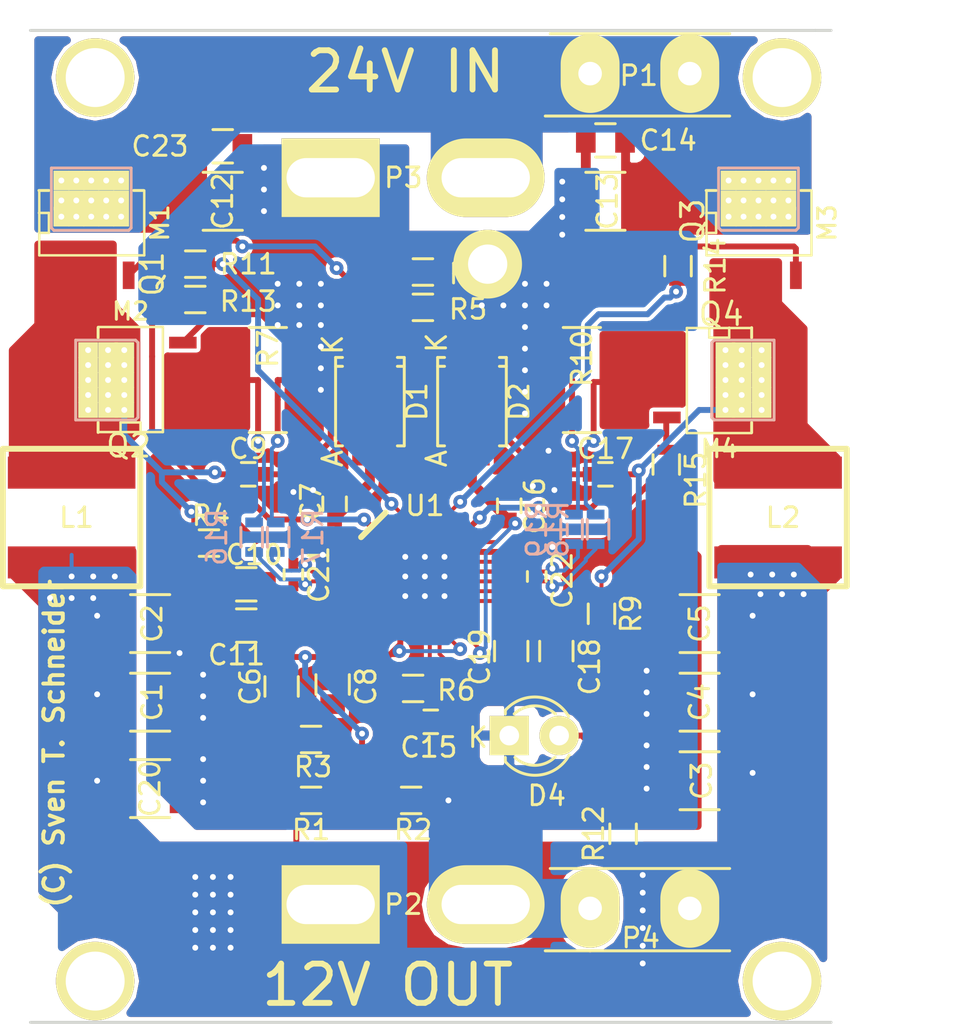
<source format=kicad_pcb>
(kicad_pcb (version 4) (host pcbnew 0.201601131446+6458~42~ubuntu15.10.1-product)
  (layers (0 F.Cu signal) (31 B.Cu signal) (34 B.Paste user) (35 F.Paste user) (36 B.SilkS user) (37 F.SilkS user) (38 B.Mask user) (39 F.Mask user) (44 Edge.Cuts user))
  (net 0 "")
  (net 1 +12V)
  (net 2 GND)
  (net 3 "Net-(C6-Pad1)")
  (net 4 /FB)
  (net 5 "Net-(C7-Pad2)")
  (net 6 /Comp)
  (net 7 /SW1)
  (net 8 "Net-(C9-Pad2)")
  (net 9 /Ramp1)
  (net 10 /SS1)
  (net 11 +24V)
  (net 12 /RES)
  (net 13 "Net-(C16-Pad2)")
  (net 14 /SW2)
  (net 15 "Net-(C17-Pad2)")
  (net 16 /Ramp2)
  (net 17 /SS2)
  (net 18 "Net-(D4-Pad2)")
  (net 19 /CSG1)
  (net 20 /CSG2)
  (net 21 /HO1)
  (net 22 /CS1)
  (net 23 /LO1)
  (net 24 /HO2)
  (net 25 /CS2)
  (net 26 /LO2)
  (net 27 /UVLO)
  (net 28 /Rt)
  (net 29 "Net-(Q1-PadG)")
  (net 30 "Net-(Q2-PadG)")
  (net 31 "Net-(Q3-PadG)")
  (net 32 "Net-(Q4-PadG)")
  (net 33 "Net-(NT1-Pad1)")
  (net 34 "Net-(NT2-Pad1)")
  (net 35 "Net-(Q2-PadS)")
  (net 36 "Net-(Q4-PadS)")
  (module Pin_Headers:Pin_Header_Straight_1x01 (layer F.Cu) (at 86.2 70.6)
    (fp_text reference REF**)
    (fp_text value Pin_Header_Straight_1x01)
    (pad 1 thru_hole oval (at 0 0) (size 4 4) (drill 3) (layers *.Cu *.Mask F.SilkS))
    (pad 2 thru_hole oval (at 0 46) (size 4 4) (drill 3) (layers *.Cu *.Mask F.SilkS))
    (pad 3 thru_hole oval (at -35 46) (size 4 4) (drill 3) (layers *.Cu *.Mask F.SilkS))
    (pad 4 thru_hole oval (at -35 0) (size 4 4) (drill 3) (layers *.Cu *.Mask F.SilkS))
    (pad 5 thru_hole oval (at -15 9.5) (size 3.5 3.5) (drill 2) (layers *.Cu *.Mask F.SilkS) (net 2 GND))
  )
  (module Resistors_SMD:R_0603 (layer F.Cu) (at 67.3 107.4)
    (fp_text reference R2 (at 0.1 1.5) (layer F.SilkS))
    (fp_text value Rfb1)
    (pad 1 smd rect (at -0.75 0) (size 0.5 0.9) (layers F.Cu F.Paste F.Mask) (net 4 /FB))
    (pad 2 smd rect (at 0.75 0) (size 0.5 0.9) (layers F.Cu F.Paste F.Mask) (net 2 GND))
  )
  (module Sven:NET_TIE (layer F.Cu) (at 75.5 86.5 270)
    (fp_text reference NT2)
    (fp_text value NET_TIE)
    (fp_line (start -0.5 0) (end 0.5 0) (layer F.Cu) (width 0.3))
    (pad 1 smd circle (at 0.5 0 270) (size 0.3 0.3) (layers F.Cu) (net 34 "Net-(NT2-Pad1)"))
    (pad 2 smd circle (at -0.5 0 270) (size 0.3 0.3) (layers F.Cu) (net 2 GND))
  )
  (module Capacitors_SMD:C_1210 (layer F.Cu) (at 54 102.4)
    (fp_text reference C1 (at 0.1 0 90) (layer F.SilkS))
    (fp_text value Cout)
    (pad 1 smd rect (at -1.5 0) (size 1 2.5) (layers F.Cu F.Paste F.Mask) (net 1 +12V))
    (pad 2 smd rect (at 1.5 0) (size 1 2.5) (layers F.Cu F.Paste F.Mask) (net 2 GND))
  )
  (module Capacitors_SMD:C_1210 (layer F.Cu) (at 54 98.4)
    (fp_text reference C2 (at 0.1 0 90) (layer F.SilkS))
    (fp_text value Cout)
    (pad 1 smd rect (at -1.5 0) (size 1 2.5) (layers F.Cu F.Paste F.Mask) (net 1 +12V))
    (pad 2 smd rect (at 1.5 0) (size 1 2.5) (layers F.Cu F.Paste F.Mask) (net 2 GND))
  )
  (module Capacitors_SMD:C_1210 (layer F.Cu) (at 82 106.4 180)
    (fp_text reference C3 (at -0.1 0 270) (layer F.SilkS))
    (fp_text value Cout)
    (pad 1 smd rect (at -1.5 0 180) (size 1 2.5) (layers F.Cu F.Paste F.Mask) (net 1 +12V))
    (pad 2 smd rect (at 1.5 0 180) (size 1 2.5) (layers F.Cu F.Paste F.Mask) (net 2 GND))
  )
  (module Capacitors_SMD:C_1210 (layer F.Cu) (at 82 102.4 180)
    (fp_text reference C4 (at 0 0 270) (layer F.SilkS))
    (fp_text value Cout)
    (pad 1 smd rect (at -1.5 0 180) (size 1 2.5) (layers F.Cu F.Paste F.Mask) (net 1 +12V))
    (pad 2 smd rect (at 1.5 0 180) (size 1 2.5) (layers F.Cu F.Paste F.Mask) (net 2 GND))
  )
  (module Capacitors_SMD:C_1210 (layer F.Cu) (at 82 98.4 180)
    (fp_text reference C5 (at 0 0 270) (layer F.SilkS))
    (fp_text value Cout)
    (pad 1 smd rect (at -1.5 0 180) (size 1 2.5) (layers F.Cu F.Paste F.Mask) (net 1 +12V))
    (pad 2 smd rect (at 1.5 0 180) (size 1 2.5) (layers F.Cu F.Paste F.Mask) (net 2 GND))
  )
  (module Capacitors_SMD:C_0805 (layer F.Cu) (at 60.7 101.6 90)
    (fp_text reference C6 (at 0 -1.6 90) (layer F.SilkS))
    (fp_text value Ccomp1)
    (pad 1 smd rect (at -1 0 90) (size 1 1.25) (layers F.Cu F.Paste F.Mask) (net 3 "Net-(C6-Pad1)"))
    (pad 2 smd rect (at 1 0 90) (size 1 1.25) (layers F.Cu F.Paste F.Mask) (net 4 /FB))
  )
  (module Capacitors_SMD:C_0603 (layer F.Cu) (at 63.4 92.3 270)
    (fp_text reference C7 (at -0.1 1.2 270) (layer F.SilkS))
    (fp_text value Cvcc)
    (pad 1 smd rect (at -0.75 0 270) (size 0.8 0.75) (layers F.Cu F.Paste F.Mask) (net 2 GND))
    (pad 2 smd rect (at 0.75 0 270) (size 0.8 0.75) (layers F.Cu F.Paste F.Mask) (net 5 "Net-(C7-Pad2)"))
  )
  (module Capacitors_SMD:C_0805 (layer F.Cu) (at 63.3 101.5 90)
    (fp_text reference C8 (at -0.1 1.7 90) (layer F.SilkS))
    (fp_text value Ccomp2)
    (pad 1 smd rect (at -1 0 90) (size 1 1.25) (layers F.Cu F.Paste F.Mask) (net 6 /Comp))
    (pad 2 smd rect (at 1 0 90) (size 1 1.25) (layers F.Cu F.Paste F.Mask) (net 4 /FB))
  )
  (module Capacitors_SMD:C_0603 (layer F.Cu) (at 59 90.8)
    (fp_text reference C9 (at 0 -1.3) (layer F.SilkS))
    (fp_text value Cboot)
    (pad 1 smd rect (at -0.75 0) (size 0.8 0.75) (layers F.Cu F.Paste F.Mask) (net 7 /SW1))
    (pad 2 smd rect (at 0.75 0) (size 0.8 0.75) (layers F.Cu F.Paste F.Mask) (net 8 "Net-(C9-Pad2)"))
  )
  (module Capacitors_SMD:C_0805 (layer F.Cu) (at 58.9 96.4 180)
    (fp_text reference C10 (at -0.4 1.5 180) (layer F.SilkS))
    (fp_text value Cramp)
    (pad 1 smd rect (at -1 0 180) (size 1 1.25) (layers F.Cu F.Paste F.Mask) (net 9 /Ramp1))
    (pad 2 smd rect (at 1 0 180) (size 1 1.25) (layers F.Cu F.Paste F.Mask) (net 2 GND))
  )
  (module Capacitors_SMD:C_0805 (layer F.Cu) (at 58.9 98.5 180)
    (fp_text reference C11 (at 0.5 -1.5 180) (layer F.SilkS))
    (fp_text value Css)
    (pad 1 smd rect (at -1 0 180) (size 1 1.25) (layers F.Cu F.Paste F.Mask) (net 10 /SS1))
    (pad 2 smd rect (at 1 0 180) (size 1 1.25) (layers F.Cu F.Paste F.Mask) (net 2 GND))
  )
  (module Capacitors_SMD:C_1210 (layer F.Cu) (at 57.7 76.9)
    (fp_text reference C12 (at 0 0 90) (layer F.SilkS))
    (fp_text value Cin)
    (pad 1 smd rect (at -1.5 0) (size 1 2.5) (layers F.Cu F.Paste F.Mask) (net 11 +24V))
    (pad 2 smd rect (at 1.5 0) (size 1 2.5) (layers F.Cu F.Paste F.Mask) (net 2 GND))
  )
  (module Capacitors_SMD:C_1210 (layer F.Cu) (at 77.2 76.9 180)
    (fp_text reference C13 (at -0.1 0 270) (layer F.SilkS))
    (fp_text value Cin)
    (pad 1 smd rect (at -1.5 0 180) (size 1 2.5) (layers F.Cu F.Paste F.Mask) (net 11 +24V))
    (pad 2 smd rect (at 1.5 0 180) (size 1 2.5) (layers F.Cu F.Paste F.Mask) (net 2 GND))
  )
  (module Capacitors_SMD:C_0805 (layer F.Cu) (at 77.2 73.8 180)
    (fp_text reference C14 (at -3.2 0 180) (layer F.SilkS))
    (fp_text value Cinx)
    (pad 1 smd rect (at -1 0 180) (size 1 1.25) (layers F.Cu F.Paste F.Mask) (net 11 +24V))
    (pad 2 smd rect (at 1 0 180) (size 1 1.25) (layers F.Cu F.Paste F.Mask) (net 2 GND))
  )
  (module Capacitors_SMD:C_0603 (layer F.Cu) (at 68.3 103.4 180)
    (fp_text reference C15 (at 0.1 -1.3 180) (layer F.SilkS))
    (fp_text value Cres)
    (pad 1 smd rect (at -0.75 0 180) (size 0.8 0.75) (layers F.Cu F.Paste F.Mask) (net 12 /RES))
    (pad 2 smd rect (at 0.75 0 180) (size 0.8 0.75) (layers F.Cu F.Paste F.Mask) (net 2 GND))
  )
  (module Capacitors_SMD:C_0603 (layer F.Cu) (at 72.3 92.4 270)
    (fp_text reference C16 (at 0 -1.3 270) (layer F.SilkS))
    (fp_text value Cvcc)
    (pad 1 smd rect (at -0.75 0 270) (size 0.8 0.75) (layers F.Cu F.Paste F.Mask) (net 2 GND))
    (pad 2 smd rect (at 0.75 0 270) (size 0.8 0.75) (layers F.Cu F.Paste F.Mask) (net 13 "Net-(C16-Pad2)"))
  )
  (module Capacitors_SMD:C_0603 (layer F.Cu) (at 77.2 90.8 180)
    (fp_text reference C17 (at 0 1.3 180) (layer F.SilkS))
    (fp_text value Cboot)
    (pad 1 smd rect (at -0.75 0 180) (size 0.8 0.75) (layers F.Cu F.Paste F.Mask) (net 14 /SW2))
    (pad 2 smd rect (at 0.75 0 180) (size 0.8 0.75) (layers F.Cu F.Paste F.Mask) (net 15 "Net-(C17-Pad2)"))
  )
  (module Capacitors_SMD:C_0805 (layer F.Cu) (at 74.7 99.8 270)
    (fp_text reference C18 (at 0.8 -1.7 270) (layer F.SilkS))
    (fp_text value Cramp)
    (pad 1 smd rect (at -1 0 270) (size 1 1.25) (layers F.Cu F.Paste F.Mask) (net 16 /Ramp2))
    (pad 2 smd rect (at 1 0 270) (size 1 1.25) (layers F.Cu F.Paste F.Mask) (net 2 GND))
  )
  (module Capacitors_SMD:C_0805 (layer F.Cu) (at 72.4 99.8 270)
    (fp_text reference C19 (at 0.3 1.6 270) (layer F.SilkS))
    (fp_text value Css)
    (pad 1 smd rect (at -1 0 270) (size 1 1.25) (layers F.Cu F.Paste F.Mask) (net 17 /SS2))
    (pad 2 smd rect (at 1 0 270) (size 1 1.25) (layers F.Cu F.Paste F.Mask) (net 2 GND))
  )
  (module Diodes_SMD:SMA_Standard (layer F.Cu) (at 65.2 87.1 270)
    (fp_text reference D1 (at 0 -2.4 270) (layer F.SilkS))
    (fp_text value D1)
    (fp_text user K (at -2.9 1.9 270) (layer F.SilkS))
    (fp_text user A (at 2.9 1.9 270) (layer F.SilkS))
    (pad 1 smd rect (at -1.99898 0 270) (size 2.49936 1.80086) (layers F.Cu F.Paste F.Mask) (net 8 "Net-(C9-Pad2)"))
    (pad 2 smd rect (at 1.99898 0 270) (size 2.49936 1.80086) (layers F.Cu F.Paste F.Mask) (net 5 "Net-(C7-Pad2)"))
  )
  (module Diodes_SMD:SMA_Standard (layer F.Cu) (at 70.4 87.1 270)
    (fp_text reference D2 (at 0 -2.4 270) (layer F.SilkS))
    (fp_text value D1)
    (fp_text user K (at -3 1.8 270) (layer F.SilkS))
    (fp_text user A (at 2.9 1.8 270) (layer F.SilkS))
    (pad 1 smd rect (at -1.99898 0 270) (size 2.49936 1.80086) (layers F.Cu F.Paste F.Mask) (net 15 "Net-(C17-Pad2)"))
    (pad 2 smd rect (at 1.99898 0 270) (size 2.49936 1.80086) (layers F.Cu F.Paste F.Mask) (net 13 "Net-(C16-Pad2)"))
  )
  (module LEDs:LED-3MM (layer F.Cu) (at 72.3 104.1)
    (fp_text reference D4 (at 1.91 3.06) (layer F.SilkS))
    (fp_text value LED)
    (fp_text user K (at -1.6 0.1) (layer F.SilkS))
    (pad 1 thru_hole rect (at 0 0 90) (size 2 2) (drill 1.00076) (layers *.Cu *.Mask F.SilkS) (net 2 GND))
    (pad 2 thru_hole circle (at 2.54 0) (size 2 2) (drill 1.00076) (layers *.Cu *.Mask F.SilkS) (net 18 "Net-(D4-Pad2)"))
  )
  (module Sven:Screw_Connector_5,08mm_x2 (layer F.Cu) (at 81.5 70.4 180)
    (fp_text reference P1 (at 2.6 -0.1 180) (layer F.SilkS))
    (fp_text value ScrewIN)
    (pad 1 thru_hole oval (at 0 0 180) (size 3 4) (drill 1.2) (layers *.Cu *.Mask F.SilkS) (net 11 +24V))
    (pad 2 thru_hole oval (at 5.08 0 180) (size 3 4) (drill 1.2) (layers *.Cu *.Mask F.SilkS) (net 11 +24V))
  )
  (module Sven:PowerPole_1x2 (layer F.Cu) (at 63.2 112.7)
    (fp_text reference P2 (at 3.7 0) (layer F.SilkS))
    (fp_text value PowerPoleOUT)
    (pad 1 thru_hole rect (at 0 0) (size 5 4) (drill oval 4.5 2) (layers *.Cu *.Mask F.SilkS) (net 1 +12V))
    (pad 2 thru_hole oval (at 7.9 0) (size 6 4) (drill oval 4.5 2) (layers *.Cu *.Mask F.SilkS) (net 2 GND))
  )
  (module Sven:PowerPole_1x2 (layer F.Cu) (at 63.2 75.7)
    (fp_text reference P3 (at 3.7 0) (layer F.SilkS))
    (fp_text value PowerPoleIN)
    (pad 1 thru_hole rect (at 0 0) (size 5 4) (drill oval 4.5 2) (layers *.Cu *.Mask F.SilkS) (net 2 GND))
    (pad 2 thru_hole oval (at 7.9 0) (size 6 4) (drill oval 4.5 2) (layers *.Cu *.Mask F.SilkS) (net 11 +24V))
  )
  (module Sven:Screw_Connector_5,08mm_x2 (layer F.Cu) (at 81.5 112.9 180)
    (fp_text reference P4 (at 2.5 -1.5 180) (layer F.SilkS))
    (fp_text value ScrewOUT)
    (pad 1 thru_hole oval (at 0 0 180) (size 3 4) (drill 1.2) (layers *.Cu *.Mask F.SilkS) (net 1 +12V))
    (pad 2 thru_hole oval (at 5.08 0 180) (size 3 4) (drill 1.2) (layers *.Cu *.Mask F.SilkS) (net 2 GND))
  )
  (module Sven:SO8_WITH_Heatpipes_New (layer F.Cu) (at 51 78)
    (fp_text reference Q1 (at 3.1 2.6 90) (layer F.SilkS) (effects (font (size 1.143 1.143) (thickness 0.1524))))
    (fp_text value M1 (at 3.50012 0 90) (layer F.SilkS) (effects (font (size 0.889 0.889) (thickness 0.1524))))
    (pad D smd rect (at -1.905 -2.667) (size 0.59944 1.39954) (layers F.Cu F.Paste F.Mask) (net 11 +24V))
    (pad S smd rect (at -1.905 2.667) (size 0.59944 1.39954) (layers F.Cu F.Paste F.Mask) (net 7 /SW1))
    (pad D smd rect (at -0.635 -2.667) (size 0.59944 1.39954) (layers F.Cu F.Paste F.Mask) (net 11 +24V))
    (pad D smd rect (at 0.635 -2.667) (size 0.59944 1.39954) (layers F.Cu F.Paste F.Mask) (net 11 +24V))
    (pad D smd rect (at 1.905 -2.667) (size 0.59944 1.39954) (layers F.Cu F.Paste F.Mask) (net 11 +24V))
    (pad S smd rect (at -0.635 2.667) (size 0.59944 1.39954) (layers F.Cu F.Paste F.Mask) (net 7 /SW1))
    (pad S smd rect (at 0.635 2.667) (size 0.59944 1.39954) (layers F.Cu F.Paste F.Mask) (net 7 /SW1))
    (pad G smd rect (at 1.905 2.667) (size 0.59944 1.39954) (layers F.Cu F.Paste F.Mask) (net 29 "Net-(Q1-PadG)"))
    (pad D smd rect (at 0 -1.27) (size 4.0005 2.79908) (layers F.Cu F.Paste F.Mask) (net 11 +24V))
    (pad D thru_hole rect (at -1.524 -2.159) (size 0.8 1) (drill 0.3) (layers *.Cu *.Mask F.SilkS) (net 11 +24V))
    (pad D thru_hole rect (at -0.762 -2.159) (size 0.8 1) (drill 0.3) (layers *.Cu *.Mask F.SilkS) (net 11 +24V))
    (pad D thru_hole rect (at 0 -2.159) (size 0.8 1) (drill 0.3) (layers *.Cu *.Mask F.SilkS) (net 11 +24V))
    (pad D thru_hole rect (at 0.762 -2.159) (size 0.8 1) (drill 0.3) (layers *.Cu *.Mask F.SilkS) (net 11 +24V))
    (pad D thru_hole rect (at 1.524 -2.159) (size 0.8 1) (drill 0.3) (layers *.Cu *.Mask F.SilkS) (net 11 +24V))
    (pad D thru_hole rect (at -1.524 -1.143) (size 0.8 1) (drill 0.3) (layers *.Cu *.Mask F.SilkS) (net 11 +24V))
    (pad D thru_hole rect (at -0.762 -1.143) (size 0.8 1) (drill 0.3) (layers *.Cu *.Mask F.SilkS) (net 11 +24V))
    (pad D thru_hole rect (at 0 -1.143) (size 0.8 1) (drill 0.3) (layers *.Cu *.Mask F.SilkS) (net 11 +24V))
    (pad D thru_hole rect (at 0.762 -1.143) (size 0.8 1) (drill 0.3) (layers *.Cu *.Mask F.SilkS) (net 11 +24V))
    (pad D thru_hole rect (at 1.524 -1.143) (size 0.8 1) (drill 0.3) (layers *.Cu *.Mask F.SilkS) (net 11 +24V))
    (pad D thru_hole rect (at -1.524 -0.3175) (size 0.8 1) (drill 0.3) (layers *.Cu *.Mask F.SilkS) (net 11 +24V))
    (pad D thru_hole rect (at -0.762 -0.3175) (size 0.8 1) (drill 0.3) (layers *.Cu *.Mask F.SilkS) (net 11 +24V))
    (pad D thru_hole rect (at 0 -0.3175) (size 0.8 1) (drill 0.3) (layers *.Cu *.Mask F.SilkS) (net 11 +24V))
    (pad D thru_hole rect (at 0.762 -0.3175) (size 0.8 1) (drill 0.3) (layers *.Cu *.Mask F.SilkS) (net 11 +24V))
    (pad D thru_hole rect (at 1.524 -0.3175) (size 0.8 1) (drill 0.3) (layers *.Cu *.Mask F.SilkS) (net 11 +24V))
  )
  (module Sven:SO8_WITH_Heatpipes_New (layer F.Cu) (at 53 86 90)
    (fp_text reference Q2 (at -3.35026 -0.09906 180) (layer F.SilkS) (effects (font (size 1.143 1.143) (thickness 0.1524))))
    (fp_text value M2 (at 3.50012 0 180) (layer F.SilkS) (effects (font (size 0.889 0.889) (thickness 0.1524))))
    (pad D smd rect (at -1.905 -2.667 90) (size 0.59944 1.39954) (layers F.Cu F.Paste F.Mask) (net 7 /SW1))
    (pad S smd rect (at -1.905 2.667 90) (size 0.59944 1.39954) (layers F.Cu F.Paste F.Mask) (net 35 "Net-(Q2-PadS)"))
    (pad D smd rect (at -0.635 -2.667 90) (size 0.59944 1.39954) (layers F.Cu F.Paste F.Mask) (net 7 /SW1))
    (pad D smd rect (at 0.635 -2.667 90) (size 0.59944 1.39954) (layers F.Cu F.Paste F.Mask) (net 7 /SW1))
    (pad D smd rect (at 1.905 -2.667 90) (size 0.59944 1.39954) (layers F.Cu F.Paste F.Mask) (net 7 /SW1))
    (pad S smd rect (at -0.635 2.667 90) (size 0.59944 1.39954) (layers F.Cu F.Paste F.Mask) (net 35 "Net-(Q2-PadS)"))
    (pad S smd rect (at 0.635 2.667 90) (size 0.59944 1.39954) (layers F.Cu F.Paste F.Mask) (net 35 "Net-(Q2-PadS)"))
    (pad G smd rect (at 1.905 2.667 90) (size 0.59944 1.39954) (layers F.Cu F.Paste F.Mask) (net 30 "Net-(Q2-PadG)"))
    (pad D smd rect (at 0 -1.27 90) (size 4.0005 2.79908) (layers F.Cu F.Paste F.Mask) (net 7 /SW1))
    (pad D thru_hole rect (at -1.524 -2.159 90) (size 0.8 1) (drill 0.3) (layers *.Cu *.Mask F.SilkS) (net 7 /SW1))
    (pad D thru_hole rect (at -0.762 -2.159 90) (size 0.8 1) (drill 0.3) (layers *.Cu *.Mask F.SilkS) (net 7 /SW1))
    (pad D thru_hole rect (at 0 -2.159 90) (size 0.8 1) (drill 0.3) (layers *.Cu *.Mask F.SilkS) (net 7 /SW1))
    (pad D thru_hole rect (at 0.762 -2.159 90) (size 0.8 1) (drill 0.3) (layers *.Cu *.Mask F.SilkS) (net 7 /SW1))
    (pad D thru_hole rect (at 1.524 -2.159 90) (size 0.8 1) (drill 0.3) (layers *.Cu *.Mask F.SilkS) (net 7 /SW1))
    (pad D thru_hole rect (at -1.524 -1.143 90) (size 0.8 1) (drill 0.3) (layers *.Cu *.Mask F.SilkS) (net 7 /SW1))
    (pad D thru_hole rect (at -0.762 -1.143 90) (size 0.8 1) (drill 0.3) (layers *.Cu *.Mask F.SilkS) (net 7 /SW1))
    (pad D thru_hole rect (at 0 -1.143 90) (size 0.8 1) (drill 0.3) (layers *.Cu *.Mask F.SilkS) (net 7 /SW1))
    (pad D thru_hole rect (at 0.762 -1.143 90) (size 0.8 1) (drill 0.3) (layers *.Cu *.Mask F.SilkS) (net 7 /SW1))
    (pad D thru_hole rect (at 1.524 -1.143 90) (size 0.8 1) (drill 0.3) (layers *.Cu *.Mask F.SilkS) (net 7 /SW1))
    (pad D thru_hole rect (at -1.524 -0.3175 90) (size 0.8 1) (drill 0.3) (layers *.Cu *.Mask F.SilkS) (net 7 /SW1))
    (pad D thru_hole rect (at -0.762 -0.3175 90) (size 0.8 1) (drill 0.3) (layers *.Cu *.Mask F.SilkS) (net 7 /SW1))
    (pad D thru_hole rect (at 0 -0.3175 90) (size 0.8 1) (drill 0.3) (layers *.Cu *.Mask F.SilkS) (net 7 /SW1))
    (pad D thru_hole rect (at 0.762 -0.3175 90) (size 0.8 1) (drill 0.3) (layers *.Cu *.Mask F.SilkS) (net 7 /SW1))
    (pad D thru_hole rect (at 1.524 -0.3175 90) (size 0.8 1) (drill 0.3) (layers *.Cu *.Mask F.SilkS) (net 7 /SW1))
  )
  (module Sven:SO8_WITH_Heatpipes_New (layer F.Cu) (at 85 78)
    (fp_text reference Q3 (at -3.35026 -0.09906 90) (layer F.SilkS) (effects (font (size 1.143 1.143) (thickness 0.1524))))
    (fp_text value M3 (at 3.50012 0 90) (layer F.SilkS) (effects (font (size 0.889 0.889) (thickness 0.1524))))
    (pad D smd rect (at -1.905 -2.667) (size 0.59944 1.39954) (layers F.Cu F.Paste F.Mask) (net 11 +24V))
    (pad S smd rect (at -1.905 2.667) (size 0.59944 1.39954) (layers F.Cu F.Paste F.Mask) (net 14 /SW2))
    (pad D smd rect (at -0.635 -2.667) (size 0.59944 1.39954) (layers F.Cu F.Paste F.Mask) (net 11 +24V))
    (pad D smd rect (at 0.635 -2.667) (size 0.59944 1.39954) (layers F.Cu F.Paste F.Mask) (net 11 +24V))
    (pad D smd rect (at 1.905 -2.667) (size 0.59944 1.39954) (layers F.Cu F.Paste F.Mask) (net 11 +24V))
    (pad S smd rect (at -0.635 2.667) (size 0.59944 1.39954) (layers F.Cu F.Paste F.Mask) (net 14 /SW2))
    (pad S smd rect (at 0.635 2.667) (size 0.59944 1.39954) (layers F.Cu F.Paste F.Mask) (net 14 /SW2))
    (pad G smd rect (at 1.905 2.667) (size 0.59944 1.39954) (layers F.Cu F.Paste F.Mask) (net 31 "Net-(Q3-PadG)"))
    (pad D smd rect (at 0 -1.27) (size 4.0005 2.79908) (layers F.Cu F.Paste F.Mask) (net 11 +24V))
    (pad D thru_hole rect (at -1.524 -2.159) (size 0.8 1) (drill 0.3) (layers *.Cu *.Mask F.SilkS) (net 11 +24V))
    (pad D thru_hole rect (at -0.762 -2.159) (size 0.8 1) (drill 0.3) (layers *.Cu *.Mask F.SilkS) (net 11 +24V))
    (pad D thru_hole rect (at 0 -2.159) (size 0.8 1) (drill 0.3) (layers *.Cu *.Mask F.SilkS) (net 11 +24V))
    (pad D thru_hole rect (at 0.762 -2.159) (size 0.8 1) (drill 0.3) (layers *.Cu *.Mask F.SilkS) (net 11 +24V))
    (pad D thru_hole rect (at 1.524 -2.159) (size 0.8 1) (drill 0.3) (layers *.Cu *.Mask F.SilkS) (net 11 +24V))
    (pad D thru_hole rect (at -1.524 -1.143) (size 0.8 1) (drill 0.3) (layers *.Cu *.Mask F.SilkS) (net 11 +24V))
    (pad D thru_hole rect (at -0.762 -1.143) (size 0.8 1) (drill 0.3) (layers *.Cu *.Mask F.SilkS) (net 11 +24V))
    (pad D thru_hole rect (at 0 -1.143) (size 0.8 1) (drill 0.3) (layers *.Cu *.Mask F.SilkS) (net 11 +24V))
    (pad D thru_hole rect (at 0.762 -1.143) (size 0.8 1) (drill 0.3) (layers *.Cu *.Mask F.SilkS) (net 11 +24V))
    (pad D thru_hole rect (at 1.524 -1.143) (size 0.8 1) (drill 0.3) (layers *.Cu *.Mask F.SilkS) (net 11 +24V))
    (pad D thru_hole rect (at -1.524 -0.3175) (size 0.8 1) (drill 0.3) (layers *.Cu *.Mask F.SilkS) (net 11 +24V))
    (pad D thru_hole rect (at -0.762 -0.3175) (size 0.8 1) (drill 0.3) (layers *.Cu *.Mask F.SilkS) (net 11 +24V))
    (pad D thru_hole rect (at 0 -0.3175) (size 0.8 1) (drill 0.3) (layers *.Cu *.Mask F.SilkS) (net 11 +24V))
    (pad D thru_hole rect (at 0.762 -0.3175) (size 0.8 1) (drill 0.3) (layers *.Cu *.Mask F.SilkS) (net 11 +24V))
    (pad D thru_hole rect (at 1.524 -0.3175) (size 0.8 1) (drill 0.3) (layers *.Cu *.Mask F.SilkS) (net 11 +24V))
  )
  (module Sven:SO8_WITH_Heatpipes_New (layer F.Cu) (at 83 86 270)
    (fp_text reference Q4 (at -3.35026 -0.09906 360) (layer F.SilkS) (effects (font (size 1.143 1.143) (thickness 0.1524))))
    (fp_text value M4 (at 3.50012 0 360) (layer F.SilkS) (effects (font (size 0.889 0.889) (thickness 0.1524))))
    (pad D smd rect (at -1.905 -2.667 270) (size 0.59944 1.39954) (layers F.Cu F.Paste F.Mask) (net 14 /SW2))
    (pad S smd rect (at -1.905 2.667 270) (size 0.59944 1.39954) (layers F.Cu F.Paste F.Mask) (net 36 "Net-(Q4-PadS)"))
    (pad D smd rect (at -0.635 -2.667 270) (size 0.59944 1.39954) (layers F.Cu F.Paste F.Mask) (net 14 /SW2))
    (pad D smd rect (at 0.635 -2.667 270) (size 0.59944 1.39954) (layers F.Cu F.Paste F.Mask) (net 14 /SW2))
    (pad D smd rect (at 1.905 -2.667 270) (size 0.59944 1.39954) (layers F.Cu F.Paste F.Mask) (net 14 /SW2))
    (pad S smd rect (at -0.635 2.667 270) (size 0.59944 1.39954) (layers F.Cu F.Paste F.Mask) (net 36 "Net-(Q4-PadS)"))
    (pad S smd rect (at 0.635 2.667 270) (size 0.59944 1.39954) (layers F.Cu F.Paste F.Mask) (net 36 "Net-(Q4-PadS)"))
    (pad G smd rect (at 1.905 2.667 270) (size 0.59944 1.39954) (layers F.Cu F.Paste F.Mask) (net 32 "Net-(Q4-PadG)"))
    (pad D smd rect (at 0 -1.27 270) (size 4.0005 2.79908) (layers F.Cu F.Paste F.Mask) (net 14 /SW2))
    (pad D thru_hole rect (at -1.524 -2.159 270) (size 0.8 1) (drill 0.3) (layers *.Cu *.Mask F.SilkS) (net 14 /SW2))
    (pad D thru_hole rect (at -0.762 -2.159 270) (size 0.8 1) (drill 0.3) (layers *.Cu *.Mask F.SilkS) (net 14 /SW2))
    (pad D thru_hole rect (at 0 -2.159 270) (size 0.8 1) (drill 0.3) (layers *.Cu *.Mask F.SilkS) (net 14 /SW2))
    (pad D thru_hole rect (at 0.762 -2.159 270) (size 0.8 1) (drill 0.3) (layers *.Cu *.Mask F.SilkS) (net 14 /SW2))
    (pad D thru_hole rect (at 1.524 -2.159 270) (size 0.8 1) (drill 0.3) (layers *.Cu *.Mask F.SilkS) (net 14 /SW2))
    (pad D thru_hole rect (at -1.524 -1.143 270) (size 0.8 1) (drill 0.3) (layers *.Cu *.Mask F.SilkS) (net 14 /SW2))
    (pad D thru_hole rect (at -0.762 -1.143 270) (size 0.8 1) (drill 0.3) (layers *.Cu *.Mask F.SilkS) (net 14 /SW2))
    (pad D thru_hole rect (at 0 -1.143 270) (size 0.8 1) (drill 0.3) (layers *.Cu *.Mask F.SilkS) (net 14 /SW2))
    (pad D thru_hole rect (at 0.762 -1.143 270) (size 0.8 1) (drill 0.3) (layers *.Cu *.Mask F.SilkS) (net 14 /SW2))
    (pad D thru_hole rect (at 1.524 -1.143 270) (size 0.8 1) (drill 0.3) (layers *.Cu *.Mask F.SilkS) (net 14 /SW2))
    (pad D thru_hole rect (at -1.524 -0.3175 270) (size 0.8 1) (drill 0.3) (layers *.Cu *.Mask F.SilkS) (net 14 /SW2))
    (pad D thru_hole rect (at -0.762 -0.3175 270) (size 0.8 1) (drill 0.3) (layers *.Cu *.Mask F.SilkS) (net 14 /SW2))
    (pad D thru_hole rect (at 0 -0.3175 270) (size 0.8 1) (drill 0.3) (layers *.Cu *.Mask F.SilkS) (net 14 /SW2))
    (pad D thru_hole rect (at 0.762 -0.3175 270) (size 0.8 1) (drill 0.3) (layers *.Cu *.Mask F.SilkS) (net 14 /SW2))
    (pad D thru_hole rect (at 1.524 -0.3175 270) (size 0.8 1) (drill 0.3) (layers *.Cu *.Mask F.SilkS) (net 14 /SW2))
  )
  (module Resistors_SMD:R_0603 (layer F.Cu) (at 62.2 107.4)
    (fp_text reference R1 (at 0 1.5) (layer F.SilkS))
    (fp_text value Rfb2)
    (pad 1 smd rect (at -0.75 0) (size 0.5 0.9) (layers F.Cu F.Paste F.Mask) (net 1 +12V))
    (pad 2 smd rect (at 0.75 0) (size 0.5 0.9) (layers F.Cu F.Paste F.Mask) (net 4 /FB))
  )
  (module Resistors_SMD:R_0603 (layer F.Cu) (at 62.2 104.3)
    (fp_text reference R3 (at 0.1 1.4) (layer F.SilkS))
    (fp_text value Rcomp1)
    (pad 1 smd rect (at -0.75 0) (size 0.5 0.9) (layers F.Cu F.Paste F.Mask) (net 3 "Net-(C6-Pad1)"))
    (pad 2 smd rect (at 0.75 0) (size 0.5 0.9) (layers F.Cu F.Paste F.Mask) (net 6 /Comp))
  )
  (module Resistors_SMD:R_0603 (layer F.Cu) (at 57 94.3 180)
    (fp_text reference R4 (at -0.1 1.4 180) (layer F.SilkS))
    (fp_text value Rramp1)
    (pad 1 smd rect (at -0.75 0 180) (size 0.5 0.9) (layers F.Cu F.Paste F.Mask) (net 9 /Ramp1))
    (pad 2 smd rect (at 0.75 0 180) (size 0.5 0.9) (layers F.Cu F.Paste F.Mask) (net 7 /SW1))
  )
  (module Resistors_SMD:R_0603 (layer F.Cu) (at 67.9 82.3)
    (fp_text reference R5 (at 2.3 0.1) (layer F.SilkS))
    (fp_text value Ruv1)
    (pad 1 smd rect (at -0.75 0) (size 0.5 0.9) (layers F.Cu F.Paste F.Mask) (net 11 +24V))
    (pad 2 smd rect (at 0.75 0) (size 0.5 0.9) (layers F.Cu F.Paste F.Mask) (net 27 /UVLO))
  )
  (module Resistors_SMD:R_0603 (layer F.Cu) (at 67.4 101.7 180)
    (fp_text reference R6 (at -2.2 -0.1 180) (layer F.SilkS))
    (fp_text value Rt)
    (pad 1 smd rect (at -0.75 0 180) (size 0.5 0.9) (layers F.Cu F.Paste F.Mask) (net 28 /Rt))
    (pad 2 smd rect (at 0.75 0 180) (size 0.5 0.9) (layers F.Cu F.Paste F.Mask) (net 2 GND))
  )
  (module Resistors_SMD:R_1218 (layer F.Cu) (at 60 86)
    (fp_text reference R7 (at 0 -1.6 90) (layer F.SilkS))
    (fp_text value Rsens)
    (pad 1 smd rect (at -1.475 0) (size 1.05 4.9) (layers F.Cu F.Paste F.Mask) (net 35 "Net-(Q2-PadS)"))
    (pad 2 smd rect (at 1.475 0) (size 1.05 4.9) (layers F.Cu F.Paste F.Mask) (net 2 GND))
  )
  (module Resistors_SMD:R_0603 (layer F.Cu) (at 67.9 80.5 180)
    (fp_text reference R8 (at -2.3 -0.1 180) (layer F.SilkS))
    (fp_text value Ruv2)
    (pad 1 smd rect (at -0.75 0 180) (size 0.5 0.9) (layers F.Cu F.Paste F.Mask) (net 27 /UVLO))
    (pad 2 smd rect (at 0.75 0 180) (size 0.5 0.9) (layers F.Cu F.Paste F.Mask) (net 2 GND))
  )
  (module Resistors_SMD:R_0603 (layer F.Cu) (at 77 97.9 270)
    (fp_text reference R9 (at 0 -1.5 270) (layer F.SilkS))
    (fp_text value Rramp2)
    (pad 1 smd rect (at -0.75 0 270) (size 0.5 0.9) (layers F.Cu F.Paste F.Mask) (net 14 /SW2))
    (pad 2 smd rect (at 0.75 0 270) (size 0.5 0.9) (layers F.Cu F.Paste F.Mask) (net 16 /Ramp2))
  )
  (module Resistors_SMD:R_1218 (layer F.Cu) (at 76 86 180)
    (fp_text reference R10 (at 0 1.1 270) (layer F.SilkS))
    (fp_text value Rsens)
    (pad 1 smd rect (at -1.475 0 180) (size 1.05 4.9) (layers F.Cu F.Paste F.Mask) (net 36 "Net-(Q4-PadS)"))
    (pad 2 smd rect (at 1.475 0 180) (size 1.05 4.9) (layers F.Cu F.Paste F.Mask) (net 2 GND))
  )
  (module Resistors_SMD:R_0603 (layer F.Cu) (at 78.1 109.1 90)
    (fp_text reference R12 (at 0 -1.5 90) (layer F.SilkS))
    (fp_text value Rled2)
    (pad 1 smd rect (at -0.75 0 90) (size 0.5 0.9) (layers F.Cu F.Paste F.Mask) (net 1 +12V))
    (pad 2 smd rect (at 0.75 0 90) (size 0.5 0.9) (layers F.Cu F.Paste F.Mask) (net 18 "Net-(D4-Pad2)"))
  )
  (module Sven:WQFN32_PAD (layer F.Cu) (at 68 96)
    (fp_text reference U1 (at 0 -3.6) (layer F.SilkS))
    (fp_text value LM25119)
    (pad 1 smd rect (at -2.4 -1.75) (size 0.6 0.25) (layers F.Cu F.Paste F.Mask) (net 5 "Net-(C7-Pad2)"))
    (pad 2 smd rect (at -2.4 -1.25) (size 0.6 0.25) (layers F.Cu F.Paste F.Mask) (net 23 /LO1))
    (pad 3 smd rect (at -2.4 -0.75) (size 0.6 0.25) (layers F.Cu F.Paste F.Mask) (net 2 GND))
    (pad 4 smd rect (at -2.4 -0.25) (size 0.6 0.25) (layers F.Cu F.Paste F.Mask) (net 19 /CSG1))
    (pad 5 smd rect (at -2.4 0.25) (size 0.6 0.25) (layers F.Cu F.Paste F.Mask) (net 22 /CS1))
    (pad 6 smd rect (at -2.4 0.75) (size 0.6 0.25) (layers F.Cu F.Paste F.Mask) (net 9 /Ramp1))
    (pad 7 smd rect (at -2.4 1.25) (size 0.6 0.25) (layers F.Cu F.Paste F.Mask) (net 10 /SS1))
    (pad 8 smd rect (at -2.4 1.75) (size 0.6 0.25) (layers F.Cu F.Paste F.Mask))
    (pad 9 smd rect (at -1.75 2.4) (size 0.25 0.6) (layers F.Cu F.Paste F.Mask) (net 4 /FB))
    (pad 10 smd rect (at -1.25 2.4) (size 0.25 0.6) (layers F.Cu F.Paste F.Mask) (net 6 /Comp))
    (pad 11 smd rect (at -0.75 2.4) (size 0.25 0.6) (layers F.Cu F.Paste F.Mask))
    (pad 12 smd rect (at -0.25 2.4) (size 0.25 0.6) (layers F.Cu F.Paste F.Mask) (net 2 GND))
    (pad 13 smd rect (at 0.25 2.4) (size 0.25 0.6) (layers F.Cu F.Paste F.Mask) (net 28 /Rt))
    (pad 14 smd rect (at 0.75 2.4) (size 0.25 0.6) (layers F.Cu F.Paste F.Mask) (net 12 /RES))
    (pad 15 smd rect (at 1.25 2.4) (size 0.25 0.6) (layers F.Cu F.Paste F.Mask) (net 6 /Comp))
    (pad 16 smd rect (at 1.75 2.4) (size 0.25 0.6) (layers F.Cu F.Paste F.Mask) (net 13 "Net-(C16-Pad2)"))
    (pad 17 smd rect (at 2.4 1.75) (size 0.6 0.25) (layers F.Cu F.Paste F.Mask))
    (pad 18 smd rect (at 2.4 1.25) (size 0.6 0.25) (layers F.Cu F.Paste F.Mask) (net 17 /SS2))
    (pad 19 smd rect (at 2.4 0.75) (size 0.6 0.25) (layers F.Cu F.Paste F.Mask) (net 16 /Ramp2))
    (pad 20 smd rect (at 2.4 0.25) (size 0.6 0.25) (layers F.Cu F.Paste F.Mask) (net 25 /CS2))
    (pad 21 smd rect (at 2.4 -0.25) (size 0.6 0.25) (layers F.Cu F.Paste F.Mask) (net 20 /CSG2))
    (pad 22 smd rect (at 2.4 -0.75) (size 0.6 0.25) (layers F.Cu F.Paste F.Mask) (net 2 GND))
    (pad 23 smd rect (at 2.4 -1.25) (size 0.6 0.25) (layers F.Cu F.Paste F.Mask) (net 26 /LO2))
    (pad 24 smd rect (at 2.4 -1.75) (size 0.6 0.25) (layers F.Cu F.Paste F.Mask) (net 13 "Net-(C16-Pad2)"))
    (pad 25 smd rect (at 1.75 -2.4) (size 0.25 0.6) (layers F.Cu F.Paste F.Mask) (net 14 /SW2))
    (pad 26 smd rect (at 1.25 -2.4) (size 0.25 0.6) (layers F.Cu F.Paste F.Mask) (net 24 /HO2))
    (pad 27 smd rect (at 0.75 -2.4) (size 0.25 0.6) (layers F.Cu F.Paste F.Mask) (net 15 "Net-(C17-Pad2)"))
    (pad 28 smd rect (at 0.25 -2.4) (size 0.25 0.6) (layers F.Cu F.Paste F.Mask) (net 27 /UVLO))
    (pad 29 smd rect (at -0.25 -2.4) (size 0.25 0.6) (layers F.Cu F.Paste F.Mask) (net 11 +24V))
    (pad 30 smd rect (at -0.75 -2.4) (size 0.25 0.6) (layers F.Cu F.Paste F.Mask) (net 8 "Net-(C9-Pad2)"))
    (pad 31 smd rect (at -1.25 -2.4) (size 0.25 0.6) (layers F.Cu F.Paste F.Mask) (net 21 /HO1))
    (pad 32 smd rect (at -1.75 -2.4) (size 0.25 0.6) (layers F.Cu F.Paste F.Mask) (net 7 /SW1))
    (pad PAD smd rect (at 0 0) (size 3.1 3.1) (layers F.Cu F.Paste F.Mask) (net 2 GND))
  )
  (module Sven:NET_TIE (layer F.Cu) (at 60.5 86.5 270)
    (fp_text reference NT1)
    (fp_text value NET_TIE)
    (fp_line (start -0.5 0) (end 0.5 0) (layer F.Cu) (width 0.3))
    (pad 1 smd circle (at 0.5 0 270) (size 0.3 0.3) (layers F.Cu) (net 33 "Net-(NT1-Pad1)"))
    (pad 2 smd circle (at -0.5 0 270) (size 0.3 0.3) (layers F.Cu) (net 2 GND))
  )
  (module Capacitors_SMD:C_1210 (layer F.Cu) (at 54 106.8)
    (fp_text reference C20 (at 0 0 90) (layer F.SilkS))
    (fp_text value Cout)
    (pad 1 smd rect (at -1.5 0) (size 1 2.5) (layers F.Cu F.Paste F.Mask) (net 1 +12V))
    (pad 2 smd rect (at 1.5 0) (size 1 2.5) (layers F.Cu F.Paste F.Mask) (net 2 GND))
  )
  (module Capacitors_SMD:C_0402 (layer F.Cu) (at 61.3 95.9 270)
    (fp_text reference C21 (at 0 -1.3 270) (layer F.SilkS))
    (fp_text value 300p)
    (pad 1 smd rect (at -0.55 0 270) (size 0.6 0.5) (layers F.Cu F.Paste F.Mask) (net 19 /CSG1))
    (pad 2 smd rect (at 0.55 0 270) (size 0.6 0.5) (layers F.Cu F.Paste F.Mask) (net 22 /CS1))
  )
  (module Capacitors_SMD:C_0402 (layer F.Cu) (at 73.7 96 270)
    (fp_text reference C22 (at 0.2 -1.3 270) (layer F.SilkS))
    (fp_text value 300p)
    (pad 1 smd rect (at -0.55 0 270) (size 0.6 0.5) (layers F.Cu F.Paste F.Mask) (net 20 /CSG2))
    (pad 2 smd rect (at 0.55 0 270) (size 0.6 0.5) (layers F.Cu F.Paste F.Mask) (net 25 /CS2))
  )
  (module Resistors_SMD:R_0603 (layer F.Cu) (at 56.3 80.1)
    (fp_text reference R11 (at 2.7 0) (layer F.SilkS))
    (fp_text value 4,7)
    (pad 1 smd rect (at -0.75 0) (size 0.5 0.9) (layers F.Cu F.Paste F.Mask) (net 29 "Net-(Q1-PadG)"))
    (pad 2 smd rect (at 0.75 0) (size 0.5 0.9) (layers F.Cu F.Paste F.Mask) (net 21 /HO1))
  )
  (module Resistors_SMD:R_0603 (layer F.Cu) (at 56.3 81.9 180)
    (fp_text reference R13 (at -2.7 -0.1 180) (layer F.SilkS))
    (fp_text value 4,7)
    (pad 1 smd rect (at -0.75 0 180) (size 0.5 0.9) (layers F.Cu F.Paste F.Mask) (net 30 "Net-(Q2-PadG)"))
    (pad 2 smd rect (at 0.75 0 180) (size 0.5 0.9) (layers F.Cu F.Paste F.Mask) (net 23 /LO1))
  )
  (module Resistors_SMD:R_0603 (layer F.Cu) (at 80.9 80.2 270)
    (fp_text reference R14 (at 0 -1.9 270) (layer F.SilkS))
    (fp_text value 4,7)
    (pad 1 smd rect (at -0.75 0 270) (size 0.5 0.9) (layers F.Cu F.Paste F.Mask) (net 31 "Net-(Q3-PadG)"))
    (pad 2 smd rect (at 0.75 0 270) (size 0.5 0.9) (layers F.Cu F.Paste F.Mask) (net 24 /HO2))
  )
  (module Resistors_SMD:R_0603 (layer F.Cu) (at 80.3 90.3 270)
    (fp_text reference R15 (at 0.8 -1.5 270) (layer F.SilkS))
    (fp_text value 4,7)
    (pad 1 smd rect (at -0.75 0 270) (size 0.5 0.9) (layers F.Cu F.Paste F.Mask) (net 32 "Net-(Q4-PadG)"))
    (pad 2 smd rect (at 0.75 0 270) (size 0.5 0.9) (layers F.Cu F.Paste F.Mask) (net 26 /LO2))
  )
  (module Resistors_SMD:R_0603 (layer B.Cu) (at 59.3 94 270)
    (fp_text reference R16 (at 0 1.9 270) (layer B.SilkS) (effects (justify mirror)))
    (fp_text value 10)
    (pad 1 smd rect (at -0.75 0 270) (size 0.5 0.9) (layers B.Cu B.Paste B.Mask) (net 35 "Net-(Q2-PadS)"))
    (pad 2 smd rect (at 0.75 0 270) (size 0.5 0.9) (layers B.Cu B.Paste B.Mask) (net 22 /CS1))
  )
  (module Resistors_SMD:R_0603 (layer B.Cu) (at 60.4 94 90)
    (fp_text reference R17 (at 0 1.9 90) (layer B.SilkS) (effects (justify mirror)))
    (fp_text value 10)
    (pad 1 smd rect (at -0.75 0 90) (size 0.5 0.9) (layers B.Cu B.Paste B.Mask) (net 19 /CSG1))
    (pad 2 smd rect (at 0.75 0 90) (size 0.5 0.9) (layers B.Cu B.Paste B.Mask) (net 33 "Net-(NT1-Pad1)"))
  )
  (module Resistors_SMD:R_0603 (layer B.Cu) (at 76.7 93.6 270)
    (fp_text reference R18 (at 0 1.9 270) (layer B.SilkS) (effects (justify mirror)))
    (fp_text value 10)
    (pad 1 smd rect (at -0.75 0 270) (size 0.5 0.9) (layers B.Cu B.Paste B.Mask) (net 36 "Net-(Q4-PadS)"))
    (pad 2 smd rect (at 0.75 0 270) (size 0.5 0.9) (layers B.Cu B.Paste B.Mask) (net 25 /CS2))
  )
  (module Resistors_SMD:R_0603 (layer B.Cu) (at 75.6 93.6 270)
    (fp_text reference R19 (at 0 1.9 270) (layer B.SilkS) (effects (justify mirror)))
    (fp_text value 10)
    (pad 1 smd rect (at -0.75 0 270) (size 0.5 0.9) (layers B.Cu B.Paste B.Mask) (net 34 "Net-(NT2-Pad1)"))
    (pad 2 smd rect (at 0.75 0 270) (size 0.5 0.9) (layers B.Cu B.Paste B.Mask) (net 20 /CSG2))
  )
  (module Capacitors_SMD:C_0805 (layer F.Cu) (at 57.7 74.1)
    (fp_text reference C23 (at -3.2 0) (layer F.SilkS))
    (fp_text value Cinx)
    (pad 1 smd rect (at -1 0) (size 1 1.25) (layers F.Cu F.Paste F.Mask) (net 11 +24V))
    (pad 2 smd rect (at 1 0) (size 1 1.25) (layers F.Cu F.Paste F.Mask) (net 2 GND))
  )
  (module Sven:Z_Coilcraft_XAL7070 (layer F.Cu) (at 50 93 270)
    (fp_text reference L1 (at 0 -0.25 360) (layer F.SilkS))
    (fp_text value L1)
    (pad 1 smd rect (at -2.285 0 270) (size 1.63 6.5) (layers F.Cu F.Paste F.Mask) (net 7 /SW1))
    (pad 2 smd rect (at 2.285 0 270) (size 1.63 6.5) (layers F.Cu F.Paste F.Mask) (net 1 +12V))
  )
  (module Sven:Z_Coilcraft_XAL7070 (layer F.Cu) (at 86 93 270)
    (fp_text reference L2 (at 0 -0.25 360) (layer F.SilkS))
    (fp_text value L1)
    (pad 1 smd rect (at -2.285 0 270) (size 1.63 6.5) (layers F.Cu F.Paste F.Mask) (net 14 /SW2))
    (pad 2 smd rect (at 2.285 0 270) (size 1.63 6.5) (layers F.Cu F.Paste F.Mask) (net 1 +12V))
  )
  (gr_text "(C) Sven T. Schneider" (at 49.1 104.5 90) (layer F.SilkS) (effects (font (size 1 1) (thickness 0.2))))
  (gr_line (start 88.7 68.2) (end 87.9 68.2) (angle 90) (layer Edge.Cuts) (width 0.15))
  (gr_line (start 47.9 118.7) (end 88.7 118.7) (angle 90) (layer Edge.Cuts) (width 0.15))
  (gr_line (start 87.9 68.2) (end 47.9 68.2) (angle 90) (layer Edge.Cuts) (width 0.15))
  (gr_text "12V OUT" (at 66.1 116.8) (layer F.SilkS) (effects (font (size 2 2) (thickness 0.3))))
  (gr_text "24V IN" (at 67 70.3) (layer F.SilkS) (effects (font (size 2 2) (thickness 0.3))))
  (segment (start 50 97.1) (end 48.9 97.1) (width 0.2) (layer B.Cu) (net 1))
  (via (at 48.9 97.1) (size 0.7) (drill 0.3) (layers F.Cu B.Cu) (net 1))
  (segment (start 50 95.285) (end 50 97.1) (width 0.2) (layer F.Cu) (net 1))
  (segment (start 51.1 97.1) (end 52.2 97.1) (width 0.2) (layer F.Cu) (net 1))
  (via (at 51.1 97.1) (size 0.7) (drill 0.3) (layers F.Cu B.Cu) (net 1))
  (segment (start 50 97.1) (end 51.1 97.1) (width 0.2) (layer B.Cu) (net 1))
  (via (at 50 97.1) (size 0.7) (drill 0.3) (layers F.Cu B.Cu) (net 1))
  (via (at 52.2 96) (size 0.7) (drill 0.3) (layers F.Cu B.Cu) (net 1))
  (segment (start 51.1 96) (end 52.2 96) (width 0.2) (layer B.Cu) (net 1))
  (via (at 51.1 96) (size 0.7) (drill 0.3) (layers F.Cu B.Cu) (net 1))
  (segment (start 50 96) (end 51.1 96) (width 0.2) (layer F.Cu) (net 1))
  (via (at 50 96) (size 0.7) (drill 0.3) (layers F.Cu B.Cu) (net 1))
  (segment (start 50 94.9) (end 50 96) (width 0.2) (layer B.Cu) (net 1))
  (segment (start 51.1 94.9) (end 50 94.9) (width 0.2) (layer F.Cu) (net 1))
  (via (at 87.3 96.9) (size 0.7) (drill 0.3) (layers F.Cu B.Cu) (net 1))
  (segment (start 86.2 96.9) (end 87.3 96.9) (width 0.2) (layer B.Cu) (net 1))
  (via (at 86.2 96.9) (size 0.7) (drill 0.3) (layers F.Cu B.Cu) (net 1))
  (segment (start 85.1 96.9) (end 86.2 96.9) (width 0.2) (layer F.Cu) (net 1))
  (via (at 85.1 96.9) (size 0.7) (drill 0.3) (layers F.Cu B.Cu) (net 1))
  (segment (start 85.1 96.4) (end 85.1 96.9) (width 0.2) (layer B.Cu) (net 1))
  (segment (start 84.6 95.9) (end 85.1 96.4) (width 0.2) (layer B.Cu) (net 1))
  (via (at 84.6 95.9) (size 0.7) (drill 0.3) (layers F.Cu B.Cu) (net 1))
  (segment (start 85.7 95.9) (end 84.6 95.9) (width 0.2) (layer F.Cu) (net 1))
  (via (at 85.7 95.9) (size 0.7) (drill 0.3) (layers F.Cu B.Cu) (net 1))
  (segment (start 86.8 95.9) (end 85.7 95.9) (width 0.2) (layer B.Cu) (net 1))
  (via (at 86.8 95.9) (size 0.7) (drill 0.3) (layers F.Cu B.Cu) (net 1))
  (segment (start 63.2 112.7) (end 59.5 112.7) (width 0.2) (layer B.Cu) (net 1))
  (via (at 56.3 114.9) (size 0.7) (drill 0.3) (layers F.Cu B.Cu) (net 1))
  (segment (start 57.2 114.9) (end 56.3 114.9) (width 0.2) (layer B.Cu) (net 1))
  (via (at 57.2 114.9) (size 0.7) (drill 0.3) (layers F.Cu B.Cu) (net 1))
  (segment (start 58.1 114.9) (end 57.2 114.9) (width 0.2) (layer F.Cu) (net 1))
  (via (at 58.1 114.9) (size 0.7) (drill 0.3) (layers F.Cu B.Cu) (net 1))
  (segment (start 58.1 114) (end 58.1 114.9) (width 0.2) (layer B.Cu) (net 1))
  (via (at 58.1 114) (size 0.7) (drill 0.3) (layers F.Cu B.Cu) (net 1))
  (segment (start 57.2 114) (end 58.1 114) (width 0.2) (layer F.Cu) (net 1))
  (via (at 57.2 114) (size 0.7) (drill 0.3) (layers F.Cu B.Cu) (net 1))
  (segment (start 56.3 114) (end 57.2 114) (width 0.2) (layer B.Cu) (net 1))
  (via (at 56.3 114) (size 0.7) (drill 0.3) (layers F.Cu B.Cu) (net 1))
  (segment (start 56.3 113.1) (end 56.3 114) (width 0.2) (layer F.Cu) (net 1))
  (via (at 56.3 113.1) (size 0.7) (drill 0.3) (layers F.Cu B.Cu) (net 1))
  (segment (start 57.2 113.1) (end 56.3 113.1) (width 0.2) (layer B.Cu) (net 1))
  (via (at 57.2 113.1) (size 0.7) (drill 0.3) (layers F.Cu B.Cu) (net 1))
  (segment (start 58.1 113.1) (end 57.2 113.1) (width 0.2) (layer F.Cu) (net 1))
  (via (at 58.1 113.1) (size 0.7) (drill 0.3) (layers F.Cu B.Cu) (net 1))
  (segment (start 58.1 112.2) (end 58.1 113.1) (width 0.2) (layer B.Cu) (net 1))
  (via (at 58.1 112.2) (size 0.7) (drill 0.3) (layers F.Cu B.Cu) (net 1))
  (segment (start 57.2 112.2) (end 58.1 112.2) (width 0.2) (layer F.Cu) (net 1))
  (via (at 57.2 112.2) (size 0.7) (drill 0.3) (layers F.Cu B.Cu) (net 1))
  (segment (start 56.3 112.2) (end 57.2 112.2) (width 0.2) (layer B.Cu) (net 1))
  (via (at 56.3 112.2) (size 0.7) (drill 0.3) (layers F.Cu B.Cu) (net 1))
  (segment (start 56.3 111.3) (end 56.3 112.2) (width 0.2) (layer F.Cu) (net 1))
  (via (at 56.3 111.3) (size 0.7) (drill 0.3) (layers F.Cu B.Cu) (net 1))
  (segment (start 57.2 111.3) (end 56.3 111.3) (width 0.2) (layer B.Cu) (net 1))
  (via (at 57.2 111.3) (size 0.7) (drill 0.3) (layers F.Cu B.Cu) (net 1))
  (segment (start 58.1 111.3) (end 57.2 111.3) (width 0.2) (layer F.Cu) (net 1))
  (via (at 58.1 111.3) (size 0.7) (drill 0.3) (layers F.Cu B.Cu) (net 1))
  (segment (start 59.5 112.7) (end 58.1 111.3) (width 0.2) (layer B.Cu) (net 1))
  (segment (start 81.5 112.9) (end 80.8 112.9) (width 0.2) (layer B.Cu) (net 1))
  (segment (start 80.8 112.9) (end 79.1 111.2) (width 0.2) (layer B.Cu) (net 1))
  (via (at 79.1 111.2) (size 0.7) (drill 0.3) (layers F.Cu B.Cu) (net 1))
  (segment (start 79.1 111.2) (end 79.1 112.1) (width 0.2) (layer F.Cu) (net 1))
  (via (at 79.1 112.1) (size 0.7) (drill 0.3) (layers F.Cu B.Cu) (net 1))
  (segment (start 79.1 112.1) (end 79.1 113) (width 0.2) (layer B.Cu) (net 1))
  (via (at 79.1 113) (size 0.7) (drill 0.3) (layers F.Cu B.Cu) (net 1))
  (segment (start 79.1 113) (end 79.1 113.9) (width 0.2) (layer F.Cu) (net 1))
  (via (at 79.1 113.9) (size 0.7) (drill 0.3) (layers F.Cu B.Cu) (net 1))
  (segment (start 79.1 113.9) (end 79.1 114.8) (width 0.2) (layer B.Cu) (net 1))
  (via (at 79.1 114.8) (size 0.7) (drill 0.3) (layers F.Cu B.Cu) (net 1))
  (segment (start 79.1 114.8) (end 79.1 115.7) (width 0.2) (layer F.Cu) (net 1))
  (via (at 79.1 115.7) (size 0.7) (drill 0.3) (layers F.Cu B.Cu) (net 1))
  (segment (start 61.45 107.4) (end 61.45 110.95) (width 0.3) (layer F.Cu) (net 1))
  (segment (start 61.45 110.95) (end 63.2 112.7) (width 0.3) (layer F.Cu) (net 1))
  (segment (start 83.5 106) (end 84.7 106) (width 0.75) (layer F.Cu) (net 1))
  (via (at 84.7 106) (size 0.7) (drill 0.3) (layers F.Cu B.Cu) (net 1))
  (segment (start 83.5 102) (end 84.7 102) (width 0.75) (layer F.Cu) (net 1))
  (via (at 84.7 102) (size 0.7) (drill 0.3) (layers F.Cu B.Cu) (net 1))
  (segment (start 83.5 98) (end 84.7 98) (width 0.75) (layer F.Cu) (net 1))
  (via (at 84.7 98) (size 0.7) (drill 0.3) (layers F.Cu B.Cu) (net 1))
  (segment (start 52.5 106.4) (end 51.3 106.4) (width 0.75) (layer F.Cu) (net 1))
  (via (at 51.3 106.4) (size 0.7) (drill 0.3) (layers F.Cu B.Cu) (net 1))
  (segment (start 52.5 102) (end 51.3 102) (width 0.75) (layer F.Cu) (net 1))
  (via (at 51.3 102) (size 0.7) (drill 0.3) (layers F.Cu B.Cu) (net 1))
  (segment (start 52.5 98) (end 51.3 98) (width 0.75) (layer F.Cu) (net 1))
  (via (at 51.3 98) (size 0.7) (drill 0.3) (layers F.Cu B.Cu) (net 1))
  (segment (start 68.05 107.4) (end 69.2 107.4) (width 0.2) (layer F.Cu) (net 2))
  (via (at 69.2 107.4) (size 0.7) (drill 0.3) (layers F.Cu B.Cu) (net 2))
  (segment (start 71.2 80.1) (end 73.5 80.1) (width 0.2) (layer F.Cu) (net 2))
  (segment (start 73.5 80.1) (end 73.1 80.5) (width 0.2) (layer F.Cu) (net 2))
  (segment (start 73.1 80.5) (end 73.1 81.1) (width 0.2) (layer F.Cu) (net 2))
  (segment (start 72 82.2) (end 70.9 82.2) (width 0.2) (layer F.Cu) (net 2))
  (via (at 70.9 82.2) (size 0.7) (drill 0.3) (layers F.Cu B.Cu) (net 2))
  (segment (start 71.2 79.6) (end 74.9 79.6) (width 0.2) (layer B.Cu) (net 2))
  (segment (start 75 79.5) (end 75 78.6) (width 0.2) (layer B.Cu) (net 2))
  (segment (start 74.9 79.6) (end 75 79.5) (width 0.2) (layer B.Cu) (net 2))
  (segment (start 76.42 112.9) (end 71.3 112.9) (width 3) (layer B.Cu) (net 2))
  (segment (start 71.3 112.9) (end 71.1 112.7) (width 3) (layer B.Cu) (net 2))
  (segment (start 58.7 74.1) (end 58.7 76.4) (width 0.5) (layer F.Cu) (net 2))
  (segment (start 58.7 76.4) (end 59.2 76.9) (width 0.5) (layer F.Cu) (net 2))
  (segment (start 76.2 73.8) (end 76.2 76.4) (width 0.5) (layer F.Cu) (net 2))
  (segment (start 76.2 76.4) (end 75.7 76.9) (width 0.5) (layer F.Cu) (net 2))
  (segment (start 57.58 107.28) (end 56.7 106.4) (width 3) (layer F.Cu) (net 2))
  (segment (start 65.6 95.25) (end 63.15 95.25) (width 0.2) (layer F.Cu) (net 2))
  (segment (start 63.2 95.3) (end 62.8 94.9) (width 0.2) (layer B.Cu) (net 2))
  (via (at 62.8 94.9) (size 0.7) (drill 0.3) (layers F.Cu B.Cu) (net 2))
  (segment (start 63.2 95.3) (end 65.6 95.3) (width 0.2) (layer B.Cu) (net 2))
  (segment (start 63.15 95.25) (end 62.8 94.9) (width 0.2) (layer F.Cu) (net 2))
  (segment (start 70.4 95.25) (end 72.65 95.25) (width 0.2) (layer F.Cu) (net 2))
  (via (at 74.5 94.5) (size 0.7) (drill 0.3) (layers F.Cu B.Cu) (net 2))
  (segment (start 73.4 94.5) (end 74.5 94.5) (width 0.2) (layer F.Cu) (net 2))
  (segment (start 72.65 95.25) (end 73.4 94.5) (width 0.2) (layer F.Cu) (net 2))
  (segment (start 71.1 112.7) (end 71.1 111.4) (width 0.3) (layer B.Cu) (net 2))
  (segment (start 71.1 111.4) (end 67 107.3) (width 0.3) (layer B.Cu) (net 2))
  (segment (start 62.3 91.6) (end 61.4 91.6) (width 0.2) (layer B.Cu) (net 2))
  (segment (start 62.35 91.55) (end 62.3 91.6) (width 0.2) (layer F.Cu) (net 2))
  (via (at 62.3 91.6) (size 0.7) (drill 0.3) (layers F.Cu B.Cu) (net 2))
  (segment (start 63.4 91.55) (end 62.35 91.55) (width 0.2) (layer F.Cu) (net 2))
  (via (at 61.3 91.7) (size 0.7) (drill 0.3) (layers F.Cu B.Cu) (net 2))
  (segment (start 61.4 91.6) (end 61.3 91.7) (width 0.2) (layer B.Cu) (net 2))
  (segment (start 75.7 76.9) (end 75.7 76.6) (width 0.3) (layer F.Cu) (net 2))
  (segment (start 75.7 76.6) (end 75 75.9) (width 0.3) (layer F.Cu) (net 2))
  (via (at 75 78.6) (size 0.7) (drill 0.3) (layers F.Cu B.Cu) (net 2))
  (segment (start 75 77.7) (end 75 78.6) (width 0.3) (layer B.Cu) (net 2))
  (via (at 75 77.7) (size 0.7) (drill 0.3) (layers F.Cu B.Cu) (net 2))
  (segment (start 75 76.8) (end 75 77.7) (width 0.3) (layer F.Cu) (net 2))
  (via (at 75 76.8) (size 0.7) (drill 0.3) (layers F.Cu B.Cu) (net 2))
  (segment (start 75 75.9) (end 75 76.8) (width 0.3) (layer B.Cu) (net 2))
  (via (at 75 75.9) (size 0.7) (drill 0.3) (layers F.Cu B.Cu) (net 2))
  (segment (start 59.2 76.9) (end 59.2 75.8) (width 0.3) (layer F.Cu) (net 2))
  (segment (start 59.2 75.8) (end 59.8 75.2) (width 0.3) (layer F.Cu) (net 2))
  (via (at 59.8 75.2) (size 0.7) (drill 0.3) (layers F.Cu B.Cu) (net 2))
  (segment (start 59.8 75.2) (end 59.8 76.3) (width 0.3) (layer B.Cu) (net 2))
  (via (at 59.8 76.3) (size 0.7) (drill 0.3) (layers F.Cu B.Cu) (net 2))
  (segment (start 59.8 76.3) (end 59.8 77.4) (width 0.3) (layer F.Cu) (net 2))
  (via (at 59.8 77.4) (size 0.7) (drill 0.3) (layers F.Cu B.Cu) (net 2))
  (segment (start 80.5 102) (end 79.3 100.8) (width 0.3) (layer F.Cu) (net 2))
  (via (at 79.3 106.8) (size 0.7) (drill 0.3) (layers F.Cu B.Cu) (net 2))
  (segment (start 79.3 105.7) (end 79.3 106.8) (width 0.3) (layer B.Cu) (net 2))
  (via (at 79.3 105.7) (size 0.7) (drill 0.3) (layers F.Cu B.Cu) (net 2))
  (segment (start 79.3 104.6) (end 79.3 105.7) (width 0.3) (layer F.Cu) (net 2))
  (via (at 79.3 104.6) (size 0.7) (drill 0.3) (layers F.Cu B.Cu) (net 2))
  (segment (start 79.3 103) (end 79.3 104.6) (width 0.3) (layer B.Cu) (net 2))
  (via (at 79.3 103) (size 0.7) (drill 0.3) (layers F.Cu B.Cu) (net 2))
  (segment (start 79.3 101.9) (end 79.3 103) (width 0.3) (layer F.Cu) (net 2))
  (via (at 79.3 101.9) (size 0.7) (drill 0.3) (layers F.Cu B.Cu) (net 2))
  (segment (start 79.3 100.8) (end 79.3 101.9) (width 0.3) (layer B.Cu) (net 2))
  (via (at 79.3 100.8) (size 0.7) (drill 0.3) (layers F.Cu B.Cu) (net 2))
  (segment (start 68 97) (end 69 97) (width 0.3) (layer B.Cu) (net 2))
  (segment (start 69 97) (end 68 96) (width 0.3) (layer F.Cu) (net 2))
  (via (at 69 97) (size 0.7) (drill 0.3) (layers F.Cu B.Cu) (net 2))
  (segment (start 67 97) (end 68 97) (width 0.3) (layer B.Cu) (net 2))
  (via (at 68 97) (size 0.7) (drill 0.3) (layers F.Cu B.Cu) (net 2))
  (segment (start 67 96) (end 67 97) (width 0.3) (layer B.Cu) (net 2))
  (via (at 67 97) (size 0.7) (drill 0.3) (layers F.Cu B.Cu) (net 2))
  (segment (start 67 95) (end 67 96) (width 0.3) (layer B.Cu) (net 2))
  (via (at 67 96) (size 0.7) (drill 0.3) (layers F.Cu B.Cu) (net 2))
  (segment (start 69 95) (end 69 96) (width 0.3) (layer B.Cu) (net 2))
  (segment (start 69 96) (end 68 96) (width 0.3) (layer F.Cu) (net 2))
  (via (at 69 96) (size 0.7) (drill 0.3) (layers F.Cu B.Cu) (net 2))
  (segment (start 68 95) (end 68 96) (width 0.3) (layer B.Cu) (net 2))
  (via (at 68 95) (size 0.7) (drill 0.3) (layers F.Cu B.Cu) (net 2))
  (via (at 68 96) (size 0.7) (drill 0.3) (layers F.Cu B.Cu) (net 2))
  (segment (start 68 95) (end 69 95) (width 0.3) (layer B.Cu) (net 2))
  (via (at 69 95) (size 0.7) (drill 0.3) (layers F.Cu B.Cu) (net 2))
  (segment (start 68 95) (end 67 95) (width 0.3) (layer B.Cu) (net 2))
  (via (at 67 95) (size 0.7) (drill 0.3) (layers F.Cu B.Cu) (net 2))
  (segment (start 73.1 87.7) (end 71.4 87.7) (width 0.3) (layer B.Cu) (net 2))
  (segment (start 68 91.1) (end 68 95) (width 0.3) (layer B.Cu) (net 2))
  (segment (start 71.4 87.7) (end 68 91.1) (width 0.3) (layer B.Cu) (net 2))
  (segment (start 74.6 91.6) (end 74.6 89.9) (width 0.3) (layer B.Cu) (net 2))
  (segment (start 73.25 91.65) (end 73.5 91.4) (width 0.3) (layer F.Cu) (net 2))
  (via (at 73.5 91.4) (size 0.7) (drill 0.3) (layers F.Cu B.Cu) (net 2))
  (segment (start 73.5 91.4) (end 73.7 91.6) (width 0.3) (layer B.Cu) (net 2))
  (segment (start 73.7 91.6) (end 74.6 91.6) (width 0.3) (layer B.Cu) (net 2))
  (via (at 74.6 91.6) (size 0.7) (drill 0.3) (layers F.Cu B.Cu) (net 2))
  (segment (start 72.3 91.65) (end 73.25 91.65) (width 0.3) (layer F.Cu) (net 2))
  (via (at 74.3 89.6) (size 0.7) (drill 0.3) (layers F.Cu B.Cu) (net 2))
  (segment (start 74.6 89.9) (end 74.3 89.6) (width 0.3) (layer B.Cu) (net 2))
  (segment (start 75.7 76.9) (end 75.7 77.9) (width 1) (layer F.Cu) (net 2))
  (segment (start 75.7 77.9) (end 75 78.6) (width 1) (layer F.Cu) (net 2))
  (segment (start 75 78.6) (end 73.1 80.5) (width 1) (layer F.Cu) (net 2))
  (segment (start 73.1 80.5) (end 73.1 81.1) (width 1) (layer F.Cu) (net 2))
  (segment (start 56.7 103.2) (end 56.7 105.3) (width 0.3) (layer B.Cu) (net 2))
  (via (at 55.5 99.9) (size 0.7) (drill 0.3) (layers F.Cu B.Cu) (net 2))
  (segment (start 55.5 99.9) (end 56.6 101) (width 0.3) (layer B.Cu) (net 2))
  (segment (start 56.6 101) (end 56.7 101) (width 0.3) (layer B.Cu) (net 2))
  (via (at 56.7 101) (size 0.7) (drill 0.3) (layers F.Cu B.Cu) (net 2))
  (segment (start 56.7 101) (end 56.7 102.1) (width 0.3) (layer F.Cu) (net 2))
  (via (at 56.7 102.1) (size 0.7) (drill 0.3) (layers F.Cu B.Cu) (net 2))
  (segment (start 56.7 102.1) (end 56.7 103.2) (width 0.3) (layer B.Cu) (net 2))
  (via (at 56.7 103.2) (size 0.7) (drill 0.3) (layers F.Cu B.Cu) (net 2))
  (segment (start 55.5 102) (end 55.5 99.9) (width 0.3) (layer F.Cu) (net 2))
  (via (at 56.7 107.5) (size 0.7) (drill 0.3) (layers F.Cu B.Cu) (net 2))
  (segment (start 56.7 106.4) (end 56.7 107.5) (width 0.3) (layer B.Cu) (net 2))
  (via (at 56.7 106.4) (size 0.7) (drill 0.3) (layers F.Cu B.Cu) (net 2))
  (segment (start 56.7 105.3) (end 56.7 106.4) (width 0.3) (layer F.Cu) (net 2))
  (via (at 56.7 105.3) (size 0.7) (drill 0.3) (layers F.Cu B.Cu) (net 2))
  (segment (start 80.5 102) (end 80.3 102) (width 0.3) (layer F.Cu) (net 2))
  (segment (start 80.5 106) (end 80.2 106) (width 0.3) (layer F.Cu) (net 2))
  (segment (start 67.75 98.4) (end 67.75 96.25) (width 0.2) (layer F.Cu) (net 2))
  (segment (start 67.75 96.25) (end 68 96) (width 0.2) (layer F.Cu) (net 2))
  (segment (start 70.4 95.25) (end 68.75 95.25) (width 0.2) (layer F.Cu) (net 2))
  (segment (start 68.75 95.25) (end 68 96) (width 0.2) (layer F.Cu) (net 2))
  (segment (start 65.6 95.25) (end 67.25 95.25) (width 0.2) (layer F.Cu) (net 2))
  (segment (start 67.25 95.25) (end 68 96) (width 0.2) (layer F.Cu) (net 2))
  (segment (start 71.1 114.6) (end 71.1 112.7) (width 0.2) (layer B.Cu) (net 2))
  (segment (start 73.1 82.2) (end 72 82.2) (width 0.3) (layer B.Cu) (net 2))
  (segment (start 72 81.1) (end 70.9 81.1) (width 0.3) (layer B.Cu) (net 2))
  (via (at 72 82.2) (size 0.7) (drill 0.3) (layers F.Cu B.Cu) (net 2))
  (segment (start 62.7 82.2) (end 62.7 81.1) (width 0.3) (layer F.Cu) (net 2))
  (via (at 60.5 81.1) (size 0.7) (drill 0.3) (layers F.Cu B.Cu) (net 2))
  (segment (start 61.6 81.1) (end 60.5 81.1) (width 0.3) (layer F.Cu) (net 2))
  (via (at 61.6 81.1) (size 0.7) (drill 0.3) (layers F.Cu B.Cu) (net 2))
  (segment (start 62.7 81.1) (end 61.6 81.1) (width 0.3) (layer B.Cu) (net 2))
  (via (at 62.7 81.1) (size 0.7) (drill 0.3) (layers F.Cu B.Cu) (net 2))
  (segment (start 62.7 83.2) (end 62.7 82.2) (width 0.3) (layer B.Cu) (net 2))
  (via (at 60.5 82.2) (size 0.7) (drill 0.3) (layers F.Cu B.Cu) (net 2))
  (segment (start 61.6 82.2) (end 60.5 82.2) (width 0.3) (layer B.Cu) (net 2))
  (via (at 61.6 82.2) (size 0.7) (drill 0.3) (layers F.Cu B.Cu) (net 2))
  (segment (start 62.7 82.2) (end 61.6 82.2) (width 0.3) (layer F.Cu) (net 2))
  (via (at 62.7 82.2) (size 0.7) (drill 0.3) (layers F.Cu B.Cu) (net 2))
  (segment (start 61.475 86) (end 62.2 86) (width 0.3) (layer F.Cu) (net 2))
  (via (at 60.5 83.2) (size 0.7) (drill 0.3) (layers F.Cu B.Cu) (net 2))
  (segment (start 61.6 83.2) (end 60.5 83.2) (width 0.3) (layer B.Cu) (net 2))
  (via (at 61.6 83.2) (size 0.7) (drill 0.3) (layers F.Cu B.Cu) (net 2))
  (segment (start 62.7 83.2) (end 61.6 83.2) (width 0.3) (layer F.Cu) (net 2))
  (via (at 62.7 83.2) (size 0.7) (drill 0.3) (layers F.Cu B.Cu) (net 2))
  (segment (start 62.7 84.3) (end 62.7 83.2) (width 0.3) (layer B.Cu) (net 2))
  (via (at 62.7 84.3) (size 0.7) (drill 0.3) (layers F.Cu B.Cu) (net 2))
  (segment (start 62.7 85.4) (end 62.7 84.3) (width 0.3) (layer F.Cu) (net 2))
  (via (at 62.7 85.4) (size 0.7) (drill 0.3) (layers F.Cu B.Cu) (net 2))
  (segment (start 62.7 86.5) (end 62.7 85.4) (width 0.3) (layer B.Cu) (net 2))
  (via (at 62.7 86.5) (size 0.7) (drill 0.3) (layers F.Cu B.Cu) (net 2))
  (segment (start 62.2 86) (end 62.7 86.5) (width 0.3) (layer F.Cu) (net 2))
  (segment (start 74.525 86) (end 74.525 87.075) (width 0.3) (layer F.Cu) (net 2))
  (segment (start 74.525 87.075) (end 73.9 87.7) (width 0.3) (layer F.Cu) (net 2))
  (via (at 74.2 82.2) (size 0.7) (drill 0.3) (layers F.Cu B.Cu) (net 2))
  (segment (start 74.2 81.1) (end 74.2 82.2) (width 0.3) (layer F.Cu) (net 2))
  (via (at 74.2 81.1) (size 0.7) (drill 0.3) (layers F.Cu B.Cu) (net 2))
  (segment (start 73.1 81.1) (end 74.2 81.1) (width 0.3) (layer B.Cu) (net 2))
  (via (at 73.1 81.1) (size 0.7) (drill 0.3) (layers F.Cu B.Cu) (net 2))
  (segment (start 73.1 82.2) (end 73.1 81.1) (width 0.3) (layer F.Cu) (net 2))
  (via (at 73.1 82.2) (size 0.7) (drill 0.3) (layers F.Cu B.Cu) (net 2))
  (segment (start 73.1 83.3) (end 73.1 82.2) (width 0.3) (layer B.Cu) (net 2))
  (via (at 73.1 83.3) (size 0.7) (drill 0.3) (layers F.Cu B.Cu) (net 2))
  (segment (start 73.1 84.4) (end 73.1 83.3) (width 0.3) (layer F.Cu) (net 2))
  (via (at 73.1 84.4) (size 0.7) (drill 0.3) (layers F.Cu B.Cu) (net 2))
  (segment (start 73.1 85.5) (end 73.1 84.4) (width 0.3) (layer B.Cu) (net 2))
  (via (at 73.1 85.5) (size 0.7) (drill 0.3) (layers F.Cu B.Cu) (net 2))
  (segment (start 73.1 86.6) (end 73.1 85.5) (width 0.3) (layer F.Cu) (net 2))
  (via (at 73.1 86.6) (size 0.7) (drill 0.3) (layers F.Cu B.Cu) (net 2))
  (segment (start 73.1 87.7) (end 73.1 86.6) (width 0.3) (layer B.Cu) (net 2))
  (via (at 73.1 87.7) (size 0.7) (drill 0.3) (layers F.Cu B.Cu) (net 2))
  (segment (start 73.9 87.7) (end 73.1 87.7) (width 0.3) (layer F.Cu) (net 2))
  (segment (start 67.15 80.5) (end 66 80.5) (width 0.5) (layer F.Cu) (net 2))
  (segment (start 66 80.5) (end 63.2 77.7) (width 0.5) (layer F.Cu) (net 2))
  (segment (start 63.2 77.7) (end 63.2 75.7) (width 0.5) (layer F.Cu) (net 2))
  (segment (start 67.75 98.4) (end 67.75 100.15) (width 0.2) (layer F.Cu) (net 2))
  (segment (start 67.75 100.15) (end 66.65 101.25) (width 0.2) (layer F.Cu) (net 2))
  (segment (start 66.65 101.25) (end 66.65 102.5) (width 0.2) (layer F.Cu) (net 2))
  (segment (start 66.65 102.5) (end 67.55 103.4) (width 0.2) (layer F.Cu) (net 2))
  (segment (start 60.5 86) (end 61.475 86) (width 0.3) (layer F.Cu) (net 2))
  (segment (start 75.5 86) (end 74.525 86) (width 0.3) (layer F.Cu) (net 2))
  (segment (start 60.7 102.6) (end 60.7 103.55) (width 0.3) (layer F.Cu) (net 3))
  (segment (start 60.7 103.55) (end 61.45 104.3) (width 0.3) (layer F.Cu) (net 3))
  (segment (start 64.8 107.4) (end 64.8 104) (width 0.3) (layer F.Cu) (net 4))
  (segment (start 64.8 104) (end 61.9 101.1) (width 0.3) (layer B.Cu) (net 4))
  (segment (start 61.9 101.1) (end 61.9 100.1) (width 0.3) (layer B.Cu) (net 4))
  (via (at 61.9 100.1) (size 0.7) (drill 0.3) (layers F.Cu B.Cu) (net 4))
  (via (at 64.8 104) (size 0.7) (drill 0.3) (layers F.Cu B.Cu) (net 4))
  (segment (start 64.8 107.4) (end 64.8 107.3) (width 0.3) (layer F.Cu) (net 4))
  (segment (start 64.8 107.3) (end 64.8 107.4) (width 0.3) (layer F.Cu) (net 4))
  (segment (start 66.55 107.4) (end 64.8 107.4) (width 0.3) (layer F.Cu) (net 4))
  (segment (start 64.8 107.4) (end 62.95 107.4) (width 0.3) (layer F.Cu) (net 4))
  (segment (start 66.25 98.4) (end 66.25 99.15) (width 0.2) (layer F.Cu) (net 4))
  (segment (start 64.9 100.5) (end 63.3 100.5) (width 0.2) (layer F.Cu) (net 4))
  (segment (start 66.25 99.15) (end 64.9 100.5) (width 0.2) (layer F.Cu) (net 4))
  (segment (start 61.9 100.1) (end 62.9 100.1) (width 0.3) (layer F.Cu) (net 4))
  (segment (start 62.9 100.1) (end 63.3 100.5) (width 0.3) (layer F.Cu) (net 4))
  (segment (start 61.9 100.1) (end 61.2 100.1) (width 0.3) (layer F.Cu) (net 4))
  (segment (start 61.2 100.1) (end 60.7 100.6) (width 0.3) (layer F.Cu) (net 4))
  (segment (start 61.9 100.1) (end 61.8 100.2) (width 0.3) (layer F.Cu) (net 4))
  (segment (start 65.2 89.09898) (end 65.2 91.25) (width 0.5) (layer F.Cu) (net 5))
  (segment (start 65.2 91.25) (end 63.4 93.05) (width 0.5) (layer F.Cu) (net 5))
  (segment (start 65.2 91.25) (end 63.4 93.05) (width 0.2) (layer F.Cu) (net 5))
  (segment (start 63.4 93.05) (end 63.4 93.3) (width 0.2) (layer F.Cu) (net 5))
  (segment (start 63.4 93.3) (end 64.35 94.25) (width 0.2) (layer F.Cu) (net 5))
  (segment (start 64.35 94.25) (end 65.6 94.25) (width 0.2) (layer F.Cu) (net 5))
  (segment (start 69.25 98.4) (end 69.25 99.15) (width 0.2) (layer F.Cu) (net 6))
  (segment (start 66.5 100) (end 66.2 100) (width 0.2) (layer F.Cu) (net 6))
  (segment (start 66.7 99.8) (end 66.5 100) (width 0.2) (layer F.Cu) (net 6))
  (via (at 66.7 99.8) (size 0.7) (drill 0.3) (layers F.Cu B.Cu) (net 6))
  (segment (start 69.7 99.8) (end 66.7 99.8) (width 0.2) (layer B.Cu) (net 6))
  (segment (start 69.8 99.7) (end 69.7 99.8) (width 0.2) (layer B.Cu) (net 6))
  (via (at 69.8 99.7) (size 0.7) (drill 0.3) (layers F.Cu B.Cu) (net 6))
  (segment (start 69.25 99.15) (end 69.8 99.7) (width 0.2) (layer F.Cu) (net 6))
  (segment (start 66.75 98.4) (end 66.75 99.45) (width 0.3) (layer F.Cu) (net 6))
  (segment (start 66.75 99.45) (end 66.2 100) (width 0.3) (layer F.Cu) (net 6))
  (segment (start 66.2 100) (end 63.7 102.5) (width 0.3) (layer F.Cu) (net 6))
  (segment (start 63.7 102.5) (end 63.3 102.5) (width 0.3) (layer F.Cu) (net 6))
  (segment (start 62.95 104.3) (end 62.95 102.85) (width 0.3) (layer F.Cu) (net 6))
  (segment (start 62.95 102.85) (end 63.3 102.5) (width 0.3) (layer F.Cu) (net 6))
  (segment (start 56.25 94.3) (end 56.25 92.85) (width 0.3) (layer F.Cu) (net 7))
  (segment (start 54.6 91.2) (end 54.6 90.7) (width 0.3) (layer B.Cu) (net 7))
  (segment (start 56.1 92.7) (end 54.6 91.2) (width 0.3) (layer B.Cu) (net 7))
  (via (at 56.1 92.7) (size 0.7) (drill 0.3) (layers F.Cu B.Cu) (net 7))
  (segment (start 56.25 92.85) (end 56.1 92.7) (width 0.3) (layer F.Cu) (net 7))
  (segment (start 58.25 90.8) (end 57.4 90.8) (width 0.3) (layer F.Cu) (net 7))
  (segment (start 52.6825 88.7825) (end 52.6825 87.524) (width 0.3) (layer B.Cu) (net 7))
  (segment (start 54.6 90.7) (end 52.6825 88.7825) (width 0.3) (layer B.Cu) (net 7))
  (segment (start 57.3 90.7) (end 54.6 90.7) (width 0.3) (layer B.Cu) (net 7))
  (via (at 57.3 90.7) (size 0.7) (drill 0.3) (layers F.Cu B.Cu) (net 7))
  (segment (start 57.4 90.8) (end 57.3 90.7) (width 0.3) (layer F.Cu) (net 7))
  (segment (start 66.25 93.6) (end 65.4 93.6) (width 0.3) (layer F.Cu) (net 7))
  (segment (start 58.25 91.25) (end 58.25 90.8) (width 0.3) (layer F.Cu) (net 7))
  (segment (start 60.1 93.1) (end 58.25 91.25) (width 0.3) (layer F.Cu) (net 7))
  (segment (start 62 93.1) (end 60.1 93.1) (width 0.3) (layer F.Cu) (net 7))
  (via (at 62 93.1) (size 0.7) (drill 0.3) (layers F.Cu B.Cu) (net 7))
  (segment (start 64.9 93.1) (end 62 93.1) (width 0.3) (layer B.Cu) (net 7))
  (via (at 64.9 93.1) (size 0.7) (drill 0.3) (layers F.Cu B.Cu) (net 7))
  (segment (start 65.4 93.6) (end 64.9 93.1) (width 0.3) (layer F.Cu) (net 7))
  (segment (start 65.2 85.10102) (end 65.2 85.3) (width 0.2) (layer F.Cu) (net 8))
  (segment (start 65.2 85.3) (end 67.25 87.35) (width 0.2) (layer F.Cu) (net 8))
  (segment (start 67.25 87.35) (end 67.25 93.6) (width 0.2) (layer F.Cu) (net 8))
  (segment (start 59.75 90.8) (end 61.5 90.8) (width 0.3) (layer F.Cu) (net 8))
  (segment (start 63.2 87.10102) (end 65.2 85.10102) (width 0.3) (layer F.Cu) (net 8))
  (segment (start 63.2 89.1) (end 63.2 87.10102) (width 0.3) (layer F.Cu) (net 8))
  (segment (start 61.5 90.8) (end 63.2 89.1) (width 0.3) (layer F.Cu) (net 8))
  (segment (start 59.9 96.4) (end 59.85 96.4) (width 0.2) (layer F.Cu) (net 9))
  (segment (start 59.85 96.4) (end 57.75 94.3) (width 0.2) (layer F.Cu) (net 9))
  (segment (start 65.6 96.75) (end 62.55 96.75) (width 0.2) (layer F.Cu) (net 9))
  (segment (start 60.7 97.2) (end 59.9 96.4) (width 0.2) (layer F.Cu) (net 9))
  (segment (start 62.1 97.2) (end 60.7 97.2) (width 0.2) (layer F.Cu) (net 9))
  (segment (start 62.55 96.75) (end 62.1 97.2) (width 0.2) (layer F.Cu) (net 9))
  (segment (start 59.9 98.5) (end 61.7 98.5) (width 0.2) (layer F.Cu) (net 10))
  (segment (start 62.95 97.25) (end 65.6 97.25) (width 0.2) (layer F.Cu) (net 10))
  (segment (start 61.7 98.5) (end 62.95 97.25) (width 0.2) (layer F.Cu) (net 10))
  (segment (start 58.4 78.9) (end 58.7 79.2) (width 0.3) (layer F.Cu) (net 11))
  (segment (start 65.5 82.3) (end 67.15 82.3) (width 0.3) (layer F.Cu) (net 11))
  (segment (start 63.5 80.3) (end 65.5 82.3) (width 0.3) (layer F.Cu) (net 11))
  (via (at 63.5 80.3) (size 0.7) (drill 0.3) (layers F.Cu B.Cu) (net 11))
  (segment (start 62.4 79.2) (end 63.5 80.3) (width 0.3) (layer B.Cu) (net 11))
  (segment (start 58.7 79.2) (end 62.4 79.2) (width 0.3) (layer B.Cu) (net 11))
  (via (at 58.7 79.2) (size 0.7) (drill 0.3) (layers F.Cu B.Cu) (net 11))
  (segment (start 56.2 78.9) (end 58.4 78.9) (width 0.3) (layer F.Cu) (net 11))
  (segment (start 56.2 78.9) (end 56.2 76.9) (width 0.3) (layer F.Cu) (net 11))
  (segment (start 67.15 82.3) (end 67.15 82.95) (width 0.2) (layer F.Cu) (net 11))
  (segment (start 67.75 83.55) (end 67.75 93.6) (width 0.2) (layer F.Cu) (net 11))
  (segment (start 67.15 82.95) (end 67.75 83.55) (width 0.2) (layer F.Cu) (net 11))
  (segment (start 71.45 76.05) (end 71.1 75.7) (width 0.2) (layer F.Cu) (net 11))
  (segment (start 69.05 103.4) (end 69.05 100.25) (width 0.2) (layer F.Cu) (net 12))
  (segment (start 68.75 99.95) (end 68.75 98.4) (width 0.2) (layer F.Cu) (net 12))
  (segment (start 69.05 100.25) (end 68.75 99.95) (width 0.2) (layer F.Cu) (net 12))
  (segment (start 72.3 93.15) (end 70.4 91.25) (width 0.5) (layer F.Cu) (net 13))
  (segment (start 70.4 91.25) (end 70.4 89.09898) (width 0.5) (layer F.Cu) (net 13))
  (segment (start 70.4 89.09898) (end 70.4 91.25) (width 0.2) (layer F.Cu) (net 13))
  (segment (start 69.75 98.4) (end 69.75 98.65) (width 0.2) (layer F.Cu) (net 13))
  (segment (start 69.75 98.65) (end 70.8 99.7) (width 0.2) (layer F.Cu) (net 13))
  (segment (start 70.8 99.7) (end 70.8 99.9) (width 0.2) (layer F.Cu) (net 13))
  (via (at 70.8 99.9) (size 0.7) (drill 0.3) (layers F.Cu B.Cu) (net 13))
  (segment (start 70.8 99.9) (end 71.1 99.6) (width 0.2) (layer B.Cu) (net 13))
  (segment (start 71.1 99.6) (end 71.1 94.8) (width 0.2) (layer B.Cu) (net 13))
  (segment (start 71.1 94.8) (end 72.6 93.3) (width 0.2) (layer B.Cu) (net 13))
  (via (at 72.6 93.3) (size 0.7) (drill 0.3) (layers F.Cu B.Cu) (net 13))
  (segment (start 72.6 93.3) (end 72.45 93.15) (width 0.2) (layer F.Cu) (net 13))
  (segment (start 72.45 93.15) (end 72.3 93.15) (width 0.2) (layer F.Cu) (net 13))
  (segment (start 70.4 94.25) (end 71.65 94.25) (width 0.2) (layer F.Cu) (net 13))
  (segment (start 72.3 93.6) (end 72.3 93.15) (width 0.2) (layer F.Cu) (net 13))
  (segment (start 71.65 94.25) (end 72.3 93.6) (width 0.2) (layer F.Cu) (net 13))
  (segment (start 78.9 90.6) (end 78.9 94.1) (width 0.3) (layer B.Cu) (net 14))
  (segment (start 78.9 94.1) (end 77 96) (width 0.3) (layer B.Cu) (net 14))
  (segment (start 77 97.15) (end 77 96) (width 0.2) (layer F.Cu) (net 14))
  (via (at 77 96) (size 0.7) (drill 0.3) (layers F.Cu B.Cu) (net 14))
  (segment (start 77.95 90.8) (end 78.7 90.8) (width 0.3) (layer F.Cu) (net 14))
  (segment (start 81.976 87.524) (end 83.3175 87.524) (width 0.3) (layer B.Cu) (net 14))
  (segment (start 78.9 90.6) (end 81.976 87.524) (width 0.3) (layer B.Cu) (net 14))
  (via (at 78.9 90.6) (size 0.7) (drill 0.3) (layers F.Cu B.Cu) (net 14))
  (segment (start 78.7 90.8) (end 78.9 90.6) (width 0.3) (layer F.Cu) (net 14))
  (segment (start 69.75 93.6) (end 70.2 93.6) (width 0.3) (layer F.Cu) (net 14))
  (segment (start 76.5 92.5) (end 77.95 91.05) (width 0.3) (layer F.Cu) (net 14))
  (segment (start 73.8 92.5) (end 76.5 92.5) (width 0.3) (layer F.Cu) (net 14))
  (via (at 73.8 92.5) (size 0.7) (drill 0.3) (layers F.Cu B.Cu) (net 14))
  (segment (start 71.3 92.5) (end 73.8 92.5) (width 0.3) (layer B.Cu) (net 14))
  (segment (start 70.8 93) (end 71.3 92.5) (width 0.3) (layer B.Cu) (net 14))
  (via (at 70.8 93) (size 0.7) (drill 0.3) (layers F.Cu B.Cu) (net 14))
  (segment (start 70.2 93.6) (end 70.8 93) (width 0.3) (layer F.Cu) (net 14))
  (segment (start 77.95 91.05) (end 77.95 90.8) (width 0.3) (layer F.Cu) (net 14))
  (segment (start 70.4 85.10102) (end 70.4 85.6) (width 0.3) (layer F.Cu) (net 15))
  (segment (start 70.4 85.6) (end 72.1 87.3) (width 0.3) (layer F.Cu) (net 15))
  (segment (start 74 90.8) (end 76.45 90.8) (width 0.3) (layer F.Cu) (net 15))
  (segment (start 72.1 88.9) (end 74 90.8) (width 0.3) (layer F.Cu) (net 15))
  (segment (start 72.1 87.3) (end 72.1 88.9) (width 0.3) (layer F.Cu) (net 15))
  (segment (start 68.75 93.6) (end 68.75 86.75102) (width 0.2) (layer F.Cu) (net 15))
  (segment (start 68.75 86.75102) (end 70.4 85.10102) (width 0.2) (layer F.Cu) (net 15))
  (segment (start 77 98.65) (end 74.85 98.65) (width 0.2) (layer F.Cu) (net 16))
  (segment (start 74.85 98.65) (end 74.7 98.8) (width 0.2) (layer F.Cu) (net 16))
  (segment (start 70.4 96.75) (end 72.65 96.75) (width 0.2) (layer F.Cu) (net 16))
  (segment (start 72.65 96.75) (end 74.7 98.8) (width 0.2) (layer F.Cu) (net 16))
  (segment (start 72.4 98.8) (end 72.4 98.1) (width 0.2) (layer F.Cu) (net 17))
  (segment (start 71.55 97.25) (end 70.4 97.25) (width 0.2) (layer F.Cu) (net 17))
  (segment (start 72.4 98.1) (end 71.55 97.25) (width 0.2) (layer F.Cu) (net 17))
  (segment (start 78.1 108.35) (end 78.1 106.2) (width 0.3) (layer F.Cu) (net 18))
  (segment (start 76 104.1) (end 74.84 104.1) (width 0.3) (layer F.Cu) (net 18))
  (segment (start 78.1 106.2) (end 76 104.1) (width 0.3) (layer F.Cu) (net 18))
  (segment (start 60.200002 94.949998) (end 60.200002 95.134314) (width 0.2) (layer B.Cu) (net 19))
  (segment (start 60.200002 95.134314) (end 60.765688 95.7) (width 0.2) (layer B.Cu) (net 19))
  (segment (start 60.765688 95.7) (end 61.2 95.7) (width 0.2) (layer B.Cu) (net 19))
  (segment (start 61.2 95.7) (end 61.6 95.7) (width 0.2) (layer B.Cu) (net 19))
  (segment (start 61.6 95.7) (end 61.9 95.4) (width 0.2) (layer B.Cu) (net 19))
  (via (at 61.9 95.4) (size 0.7) (drill 0.3) (layers F.Cu B.Cu) (net 19))
  (segment (start 60.200002 94.949998) (end 60.4 94.75) (width 0.2) (layer B.Cu) (net 19))
  (segment (start 61.3 95.35) (end 61.85 95.35) (width 0.2) (layer F.Cu) (net 19))
  (segment (start 61.85 95.35) (end 61.9 95.4) (width 0.2) (layer F.Cu) (net 19))
  (segment (start 62.25 95.75) (end 65.6 95.75) (width 0.2) (layer F.Cu) (net 19))
  (segment (start 61.9 95.4) (end 62.25 95.75) (width 0.2) (layer F.Cu) (net 19))
  (segment (start 73.7 95.45) (end 73.7 95.6) (width 0.2) (layer F.Cu) (net 20))
  (segment (start 73.7 95.6) (end 73.7 95.75) (width 0.2) (layer F.Cu) (net 20))
  (segment (start 73.7 95.75) (end 70.4 95.75) (width 0.2) (layer F.Cu) (net 20))
  (segment (start 73.7 95.45) (end 73.7 95.75) (width 0.2) (layer F.Cu) (net 20))
  (segment (start 75.8 94.55) (end 75.8 95) (width 0.2) (layer B.Cu) (net 20))
  (segment (start 75.8 95) (end 75.5 95.3) (width 0.2) (layer B.Cu) (net 20))
  (segment (start 74.35 95.75) (end 70.4 95.75) (width 0.2) (layer F.Cu) (net 20))
  (segment (start 74.5 95.6) (end 74.35 95.75) (width 0.2) (layer F.Cu) (net 20))
  (via (at 74.5 95.6) (size 0.7) (drill 0.3) (layers F.Cu B.Cu) (net 20))
  (segment (start 74.6 95.7) (end 74.5 95.6) (width 0.2) (layer B.Cu) (net 20))
  (segment (start 75.1 95.7) (end 74.6 95.7) (width 0.2) (layer B.Cu) (net 20))
  (segment (start 75.5 95.3) (end 75.1 95.7) (width 0.2) (layer B.Cu) (net 20))
  (segment (start 75.8 94.55) (end 75.6 94.35) (width 0.2) (layer B.Cu) (net 20))
  (segment (start 70.4 95.75) (end 73.4 95.75) (width 0.2) (layer F.Cu) (net 20))
  (segment (start 57.05 80.1) (end 57.7 80.1) (width 0.3) (layer F.Cu) (net 21))
  (segment (start 66.75 92.75) (end 66.75 93.6) (width 0.2) (layer F.Cu) (net 21))
  (segment (start 66.3 92.3) (end 66.75 92.75) (width 0.2) (layer F.Cu) (net 21))
  (via (at 66.3 92.3) (size 0.7) (drill 0.3) (layers F.Cu B.Cu) (net 21))
  (segment (start 59.5 85.5) (end 66.3 92.3) (width 0.3) (layer B.Cu) (net 21))
  (segment (start 59.5 81.9) (end 59.5 85.5) (width 0.3) (layer B.Cu) (net 21))
  (segment (start 57.7 80.1) (end 59.5 81.9) (width 0.3) (layer B.Cu) (net 21))
  (via (at 57.7 80.1) (size 0.7) (drill 0.3) (layers F.Cu B.Cu) (net 21))
  (segment (start 59.8 95.3) (end 59.6 95.1) (width 0.2) (layer B.Cu) (net 22))
  (segment (start 59.8 95.3) (end 60.65 96.15) (width 0.2) (layer B.Cu) (net 22))
  (segment (start 61.9 96.4) (end 61.65 96.15) (width 0.2) (layer B.Cu) (net 22))
  (via (at 61.9 96.4) (size 0.7) (drill 0.3) (layers F.Cu B.Cu) (net 22))
  (segment (start 60.65 96.15) (end 61.65 96.15) (width 0.2) (layer B.Cu) (net 22))
  (segment (start 59.6 95.05) (end 59.3 94.75) (width 0.2) (layer B.Cu) (net 22))
  (segment (start 59.6 95.1) (end 59.6 95.05) (width 0.2) (layer B.Cu) (net 22))
  (segment (start 61.3 96.45) (end 61.85 96.45) (width 0.2) (layer F.Cu) (net 22))
  (segment (start 61.85 96.45) (end 61.9 96.4) (width 0.2) (layer F.Cu) (net 22))
  (segment (start 62.05 96.25) (end 65.6 96.25) (width 0.2) (layer F.Cu) (net 22))
  (segment (start 61.9 96.4) (end 62.05 96.25) (width 0.2) (layer F.Cu) (net 22))
  (segment (start 61.8 94.1) (end 59.3 94.1) (width 0.3) (layer F.Cu) (net 23))
  (segment (start 59.4 94.1) (end 59.4 94.2) (width 0.3) (layer F.Cu) (net 23))
  (segment (start 59.3 94.1) (end 59.4 94.1) (width 0.3) (layer F.Cu) (net 23))
  (segment (start 63.3 94.1) (end 61.8 94.1) (width 0.3) (layer F.Cu) (net 23))
  (segment (start 54.1 84.8) (end 54.1 82.7) (width 0.3) (layer F.Cu) (net 23))
  (segment (start 54.1 88.9) (end 54.1 84.8) (width 0.3) (layer F.Cu) (net 23))
  (segment (start 59.4 94.2) (end 54.1 88.9) (width 0.3) (layer F.Cu) (net 23))
  (segment (start 54.1 82.7) (end 54.9 81.9) (width 0.3) (layer F.Cu) (net 23))
  (segment (start 64 94.75) (end 63.95 94.75) (width 0.3) (layer F.Cu) (net 23))
  (segment (start 63.95 94.75) (end 63.3 94.1) (width 0.3) (layer F.Cu) (net 23))
  (segment (start 65.6 94.75) (end 64 94.75) (width 0.3) (layer F.Cu) (net 23))
  (segment (start 54.9 81.9) (end 55.55 81.9) (width 0.3) (layer F.Cu) (net 23))
  (segment (start 79.35 82.65) (end 76.85 82.65) (width 0.3) (layer B.Cu) (net 24))
  (segment (start 76.3 83.2) (end 76.3 85.7) (width 0.3) (layer B.Cu) (net 24))
  (segment (start 76.85 82.65) (end 76.3 83.2) (width 0.3) (layer B.Cu) (net 24))
  (segment (start 80.9 80.95) (end 80.9 81.4) (width 0.3) (layer F.Cu) (net 24))
  (segment (start 69.25 92.75) (end 69.25 93.6) (width 0.2) (layer F.Cu) (net 24))
  (segment (start 69.8 92.2) (end 69.25 92.75) (width 0.2) (layer F.Cu) (net 24))
  (via (at 69.8 92.2) (size 0.7) (drill 0.3) (layers F.Cu B.Cu) (net 24))
  (segment (start 80.2 81.8) (end 79.35 82.65) (width 0.3) (layer B.Cu) (net 24))
  (segment (start 76.3 85.7) (end 69.8 92.2) (width 0.3) (layer B.Cu) (net 24))
  (segment (start 80.5 81.8) (end 80.2 81.8) (width 0.3) (layer B.Cu) (net 24))
  (segment (start 80.8 81.5) (end 80.5 81.8) (width 0.3) (layer B.Cu) (net 24))
  (via (at 80.8 81.5) (size 0.7) (drill 0.3) (layers F.Cu B.Cu) (net 24))
  (segment (start 80.9 81.4) (end 80.8 81.5) (width 0.3) (layer F.Cu) (net 24))
  (segment (start 76.200002 95.199998) (end 76.200002 95.099998) (width 0.2) (layer B.Cu) (net 25))
  (segment (start 76.200002 95.199998) (end 75 96.4) (width 0.2) (layer B.Cu) (net 25))
  (segment (start 75 96.4) (end 74.6 96.4) (width 0.2) (layer B.Cu) (net 25))
  (segment (start 74.6 96.4) (end 74.5 96.5) (width 0.2) (layer B.Cu) (net 25))
  (via (at 74.5 96.5) (size 0.7) (drill 0.3) (layers F.Cu B.Cu) (net 25))
  (segment (start 74.5 96.5) (end 74.25 96.25) (width 0.2) (layer F.Cu) (net 25))
  (segment (start 73.7 96.25) (end 74.25 96.25) (width 0.2) (layer F.Cu) (net 25))
  (segment (start 76.200002 95.099998) (end 76.7 94.6) (width 0.2) (layer B.Cu) (net 25))
  (segment (start 76.7 94.6) (end 76.7 94.35) (width 0.2) (layer B.Cu) (net 25))
  (segment (start 73.7 96.55) (end 73.7 96.25) (width 0.2) (layer F.Cu) (net 25))
  (segment (start 73.7 96.25) (end 70.4 96.25) (width 0.2) (layer F.Cu) (net 25))
  (segment (start 72 94.75) (end 72.45 94.75) (width 0.3) (layer F.Cu) (net 26))
  (segment (start 73.5 93.7) (end 77 93.7) (width 0.3) (layer F.Cu) (net 26))
  (segment (start 72.45 94.75) (end 73.5 93.7) (width 0.3) (layer F.Cu) (net 26))
  (segment (start 80.3 91.05) (end 79.65 91.05) (width 0.3) (layer F.Cu) (net 26))
  (segment (start 79.4 91.2) (end 79.4 91.3) (width 0.3) (layer F.Cu) (net 26))
  (segment (start 79.5 91.2) (end 79.4 91.2) (width 0.3) (layer F.Cu) (net 26))
  (segment (start 79.65 91.05) (end 79.5 91.2) (width 0.3) (layer F.Cu) (net 26))
  (segment (start 77 93.7) (end 79.4 91.3) (width 0.3) (layer F.Cu) (net 26))
  (segment (start 70.4 94.75) (end 72 94.75) (width 0.3) (layer F.Cu) (net 26))
  (segment (start 68.25 93.6) (end 68.25 82.7) (width 0.2) (layer F.Cu) (net 27))
  (segment (start 68.25 82.7) (end 68.65 82.3) (width 0.2) (layer F.Cu) (net 27))
  (segment (start 68.65 82.3) (end 68.65 80.5) (width 0.2) (layer F.Cu) (net 27))
  (segment (start 68.25 98.4) (end 68.25 101.6) (width 0.2) (layer F.Cu) (net 28))
  (segment (start 68.25 101.6) (end 68.15 101.7) (width 0.2) (layer F.Cu) (net 28))
  (segment (start 55.55 80.1) (end 53.472 80.1) (width 0.3) (layer F.Cu) (net 29))
  (segment (start 53.472 80.1) (end 52.905 80.667) (width 0.3) (layer F.Cu) (net 29))
  (segment (start 57.05 81.9) (end 57.05 82.712) (width 0.3) (layer F.Cu) (net 30))
  (segment (start 57.05 82.712) (end 55.667 84.095) (width 0.3) (layer F.Cu) (net 30))
  (segment (start 86.905 80.667) (end 86.905 79.305) (width 0.3) (layer F.Cu) (net 31))
  (segment (start 86.8 79.2) (end 81.15 79.2) (width 0.3) (layer F.Cu) (net 31))
  (segment (start 86.905 79.305) (end 86.8 79.2) (width 0.3) (layer F.Cu) (net 31))
  (segment (start 81.15 79.2) (end 80.9 79.45) (width 0.3) (layer F.Cu) (net 31))
  (segment (start 80.3 89.55) (end 80.3 87.938) (width 0.3) (layer F.Cu) (net 32))
  (segment (start 80.3 87.938) (end 80.333 87.905) (width 0.3) (layer F.Cu) (net 32))
  (segment (start 60.200002 93.050002) (end 60.200002 89.499998) (width 0.2) (layer B.Cu) (net 33))
  (segment (start 60.5 89.2) (end 60.200002 89.499998) (width 0.2) (layer B.Cu) (net 33))
  (segment (start 60.5 89.1) (end 60.5 87) (width 0.3) (layer F.Cu) (net 33))
  (via (at 60.5 89.1) (size 0.7) (drill 0.3) (layers F.Cu B.Cu) (net 33))
  (segment (start 60.5 89.1) (end 60.5 89.2) (width 0.2) (layer B.Cu) (net 33))
  (segment (start 60.200002 93.050002) (end 60.4 93.25) (width 0.2) (layer B.Cu) (net 33))
  (segment (start 75.8 92.65) (end 75.8 89.5) (width 0.2) (layer B.Cu) (net 34))
  (via (at 75.5 89.1) (size 0.7) (drill 0.3) (layers F.Cu B.Cu) (net 34))
  (segment (start 75.5 89.1) (end 75.5 87) (width 0.3) (layer F.Cu) (net 34))
  (segment (start 75.5 89.2) (end 75.8 89.5) (width 0.2) (layer B.Cu) (net 34))
  (segment (start 75.5 89.1) (end 75.5 89.2) (width 0.2) (layer B.Cu) (net 34))
  (segment (start 75.8 92.65) (end 75.6 92.85) (width 0.2) (layer B.Cu) (net 34))
  (segment (start 59.3 93.25) (end 59.3 93.2) (width 0.2) (layer B.Cu) (net 35))
  (segment (start 59.3 93.2) (end 59.8 92.7) (width 0.2) (layer B.Cu) (net 35))
  (segment (start 59.8 92.7) (end 59.8 89.7) (width 0.2) (layer B.Cu) (net 35))
  (segment (start 59.5 89.1) (end 59.5 89.4) (width 0.2) (layer B.Cu) (net 35))
  (segment (start 59.5 86) (end 59.5 89.1) (width 0.3) (layer F.Cu) (net 35))
  (via (at 59.5 89.1) (size 0.7) (drill 0.3) (layers F.Cu B.Cu) (net 35))
  (segment (start 58.525 86) (end 59.5 86) (width 0.3) (layer F.Cu) (net 35))
  (segment (start 59.5 89.4) (end 59.8 89.7) (width 0.2) (layer B.Cu) (net 35))
  (segment (start 76.7 92.85) (end 76.7 92.8) (width 0.2) (layer B.Cu) (net 36))
  (segment (start 76.7 92.8) (end 76.200002 92.300002) (width 0.2) (layer B.Cu) (net 36))
  (segment (start 76.200002 92.300002) (end 76.200002 89.399998) (width 0.2) (layer B.Cu) (net 36))
  (segment (start 76.6 89.1) (end 76.5 89.1) (width 0.2) (layer B.Cu) (net 36))
  (segment (start 76.5 89.1) (end 76.200002 89.399998) (width 0.2) (layer B.Cu) (net 36))
  (segment (start 76.6 86.1) (end 77.375 86.1) (width 0.3) (layer F.Cu) (net 36))
  (segment (start 76.6 86.1) (end 76.6 89.1) (width 0.3) (layer F.Cu) (net 36))
  (via (at 76.6 89.1) (size 0.7) (drill 0.3) (layers F.Cu B.Cu) (net 36))
  (segment (start 77.375 86.1) (end 77.475 86) (width 0.3) (layer F.Cu) (net 36))
  (zone (net 11) (net_name +24V) (layer F.Cu) (connect_pads (clearance 0.2)) (min_thickness 0.4) (fill yes (arc_segments 16) (thermal_gap 0.508) (thermal_bridge_width 0.508))
    (polygon (pts (xy 87.7 78.6) (xy 78 78.6) (xy 78 73.4) (xy 74 73.4) (xy 74 76.4) (xy 73.1 77.3) (xy 69.4 77.3) (xy 68.3 76.2) (xy 68.3 73.4) (xy 56.9 73.4) (xy 56.9 78.5) (xy 48.1 78.5) (xy 48.1 68.5) (xy 87.7 68.5) (xy 87.7 78.6)))
  )
  (zone (net 7) (net_name /SW1) (layer F.Cu) (connect_pads (clearance 0.2)) (min_thickness 0.4) (fill yes (arc_segments 16) (thermal_gap 0.508) (thermal_bridge_width 0.508))
    (polygon (pts (xy 52.3 82.1) (xy 53.5 83.3) (xy 53.5 88.8) (xy 53.2 89.1) (xy 53.2 91.2) (xy 52.7 91.2) (xy 52.7 91.3) (xy 49.3 91.3) (xy 49.3 91.2) (xy 46.8 91.2) (xy 46.8 84.4) (xy 48.1 83.1) (xy 48.1 78.9) (xy 52.3 78.9) (xy 52.3 82.1)))
  )
  (zone (net 14) (net_name /SW2) (layer F.Cu) (connect_pads (clearance 0.2)) (min_thickness 0.4) (fill yes (arc_segments 16) (thermal_gap 0.508) (thermal_bridge_width 0.508))
    (polygon (pts (xy 86.2 82) (xy 87.5 83.3) (xy 87.5 88.2) (xy 89.2 89.9) (xy 89.2 91.3) (xy 82.7 91.3) (xy 82.7 83.2) (xy 82.5 83) (xy 82.5 79.8) (xy 86.2 79.8) (xy 86.2 82)))
  )
  (zone (net 11) (net_name +24V) (layer B.Cu) (connect_pads (clearance 0.2)) (min_thickness 0.4) (fill yes (arc_segments 16) (thermal_gap 0.508) (thermal_bridge_width 0.508))
    (polygon (pts (xy 87.7 78.6) (xy 87.7 68.5) (xy 48.1 68.5) (xy 48.1 78.5) (xy 53.5 78.5) (xy 58.6 73.4) (xy 68.3 73.4) (xy 68.3 76.2) (xy 74 76.2) (xy 74 73.4) (xy 78 73.4) (xy 83.2 78.6) (xy 83.3 78.6)))
  )
  (zone (net 1) (net_name +12V) (layer F.Cu) (connect_pads (clearance 0.2)) (min_thickness 0.4) (fill yes (arc_segments 16) (thermal_gap 0.508) (thermal_bridge_width 0.508))
    (polygon (pts (xy 86.7 93.5) (xy 87.7 94.5) (xy 89.2 94.5) (xy 89.2 96.1) (xy 88.5 96.8) (xy 88.5 118.5) (xy 49.3 118.5) (xy 49.322407 113.122407) (xy 48.3 112.1) (xy 48.3 97.5) (xy 46.8 96) (xy 46.8 94.5) (xy 53.3 94.5) (xy 53.3 108.3) (xy 54.5 109.5) (xy 82.9 109.5) (xy 82.9 93.3) (xy 83.3 92.9) (xy 86.7 92.9) (xy 86.7 93.5)))
  )
  (zone (net 2) (net_name GND) (layer F.Cu) (connect_pads (clearance 0.2)) (min_thickness 0.4) (fill yes (arc_segments 16) (thermal_gap 0.508) (thermal_bridge_width 0.508))
    (polygon (pts (xy 53.4 79.2) (xy 58 79.2) (xy 58 74) (xy 67.2 74) (xy 67.2 78.4) (xy 74.7 78.4) (xy 74.7 75.4) (xy 76.8 75.4) (xy 76.8 78.2) (xy 77.6 79) (xy 77.6 81.3) (xy 75.9 83) (xy 75.9 88.7) (xy 82.1 94.9) (xy 82.1 108.9) (xy 56.3 108.9) (xy 53.8 106.4) (xy 53.8 90.1) (xy 54.2 89.7) (xy 59.7 89.7) (xy 60.8 88.6) (xy 60.8 84) (xy 59.6 82.8) (xy 55.3 82.8) (xy 53.4 80.9) (xy 53.4 80.7)))
  )
  (zone (net 35) (net_name "Net-(Q2-PadS)") (layer F.Cu) (connect_pads (clearance 0.2)) (min_thickness 0.4) (fill yes (arc_segments 16) (thermal_gap 0.508) (thermal_bridge_width 0.508))
    (polygon (pts (xy 54.7 83.3) (xy 59.1 83.3) (xy 59.1 88.6) (xy 54.7 88.6)))
  )
  (zone (net 36) (net_name "Net-(Q4-PadS)") (layer F.Cu) (connect_pads (clearance 0.2)) (min_thickness 0.4) (fill yes (arc_segments 16) (thermal_gap 0.508) (thermal_bridge_width 0.508))
    (polygon (pts (xy 76.9 83.5) (xy 76.9 88.5) (xy 81.3 88.5) (xy 81.3 83.5) (xy 81.1 83.5)))
  )
  (zone (net 2) (net_name GND) (layer B.Cu) (connect_pads (clearance 0.2)) (min_thickness 0.4) (fill yes (arc_segments 16) (thermal_gap 0.508) (thermal_bridge_width 0.508))
    (polygon (pts (xy 67.2 78.4) (xy 73.3 78.4) (xy 74.6 77.1) (xy 74.6 75.2) (xy 76.9 75.2) (xy 76.9 78.4) (xy 81.5 78.4) (xy 81.9 78.8) (xy 81.9 108.9) (xy 74 108.9) (xy 74 112.7) (xy 68.2 112.7) (xy 68.2 108.9) (xy 56.3 108.9) (xy 53.8 106.4) (xy 53.8 82.9) (xy 53.4 82.5) (xy 53.4 79.2) (xy 58.6 74) (xy 67.2 74) (xy 67.2 78.4)))
  )
  (zone (net 0) (net_name "") (layer B.Cu) (connect_pads (clearance 0.2)) (min_thickness 0.4)
    (keepout (tracks allowed) (vias allowed) (copperpour not_allowed))
    (fill (arc_segments 16) (thermal_gap 0.508) (thermal_bridge_width 0.508))
    (polygon (pts (xy 53.8 83.2) (xy 59.8 83.2) (xy 60.7 84.1) (xy 60.7 88.5) (xy 53.8 88.5) (xy 53.8 88.4)))
  )
  (zone (net 0) (net_name "") (layer B.Cu) (connect_pads (clearance 0.2)) (min_thickness 0.4)
    (keepout (tracks allowed) (vias allowed) (copperpour not_allowed))
    (fill (arc_segments 16) (thermal_gap 0.508) (thermal_bridge_width 0.508))
    (polygon (pts (xy 81.9 83.5) (xy 76 83.5) (xy 76 88.5) (xy 81.9 88.5)))
  )
  (zone (net 1) (net_name +12V) (layer B.Cu) (connect_pads (clearance 0.2)) (min_thickness 0.4) (fill yes (arc_segments 16) (thermal_gap 0.508) (thermal_bridge_width 0.508))
    (polygon (pts (xy 88.5 95.3) (xy 88.5 118.5) (xy 49.3 118.5) (xy 49.3 113.1) (xy 48.3 112.1) (xy 48.3 95.7) (xy 48.5 95.5) (xy 52.9 95.5) (xy 53.3 95.9) (xy 53.3 108.3) (xy 54.5 109.5) (xy 67.1 109.5) (xy 67.1 114.9) (xy 74.4 114.9) (xy 74.4 109.5) (xy 82.9 109.5) (xy 82.9 93.3) (xy 83.3 92.9) (xy 86.1 92.9) (xy 88.5 95.3)))
  )
  (zone (net 0) (net_name "") (layer B.Cu) (connect_pads (clearance 0.2)) (min_thickness 0.4)
    (keepout (tracks allowed) (vias allowed) (copperpour not_allowed))
    (fill (arc_segments 16) (thermal_gap 0.508) (thermal_bridge_width 0.508))
    (polygon (pts (xy 88.6 98.2) (xy 88.6 96.8) (xy 87.1 95.3) (xy 82.8 95.3) (xy 82.8 94.3) (xy 82.8 92.4) (xy 87.5 92.4) (xy 89 93.9) (xy 89 98.2)))
  )
  (zone (net 0) (net_name "") (layer F.Cu) (connect_pads (clearance 0.2)) (min_thickness 0.4)
    (keepout (tracks allowed) (vias allowed) (copperpour not_allowed))
    (fill (arc_segments 16) (thermal_gap 0.508) (thermal_bridge_width 0.508))
    (polygon (pts (xy 89.2 94.4) (xy 82.5 94.4) (xy 82.5 92.7) (xy 89.2 92.7) (xy 89.2 92.8)))
  )
)
</source>
